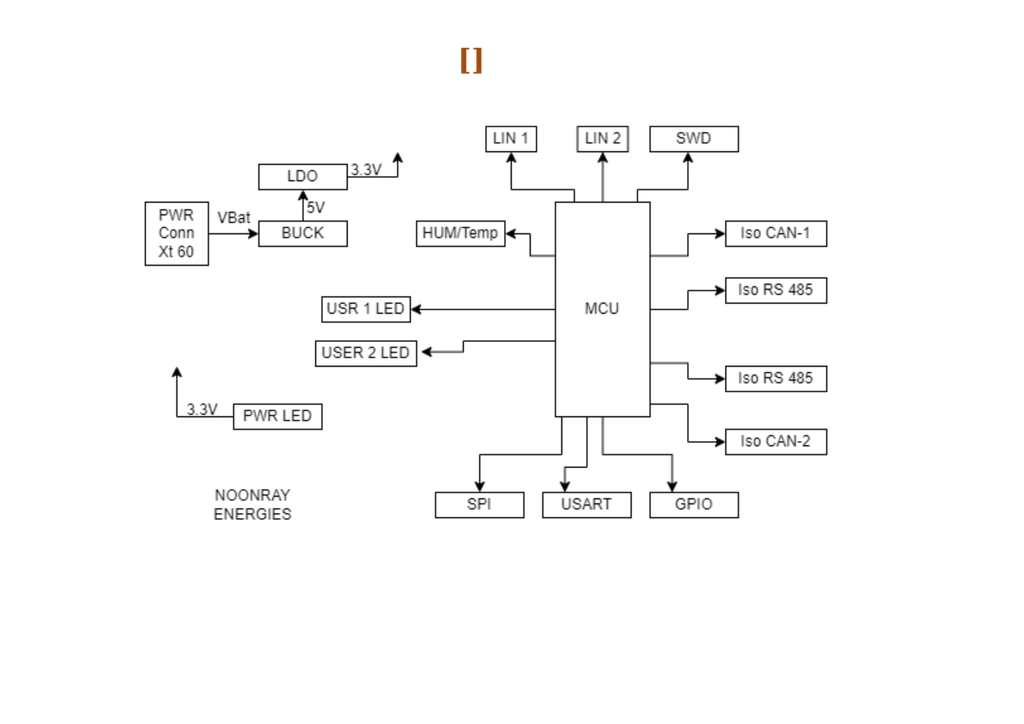
<source format=kicad_sch>
(kicad_sch
	(version 20231120)
	(generator "eeschema")
	(generator_version "8.0")
	(uuid "28e3ba26-e0e2-4fa6-8f62-cfd83e5838f9")
	(paper "A4")
	(lib_symbols)
	(image
		(at 140.97 95.25)
		(scale 4.32303)
		(uuid "bd164d68-cb14-4b81-a961-064dbf0f26c4")
		(data "iVBORw0KGgoAAAANSUhEUgAAAh0AAAFBCAYAAADTxB32AAAAAXNSR0IArs4c6QAAWWt0RVh0bXhm"
			"aWxlACUzQ214ZmlsZSUyMGhvc3QlM0QlMjJFbGVjdHJvbiUyMiUyMG1vZGlmaWVkJTNEJTIyMjAy"
			"NC0xMS0yN1QwNiUzQTM5JTNBMzQuMDA0WiUyMiUyMGFnZW50JTNEJTIyTW96aWxsYSUyRjUuMCUy"
			"MChXaW5kb3dzJTIwTlQlMjAxMC4wJTNCJTIwV2luNjQlM0IlMjB4NjQpJTIwQXBwbGVXZWJLaXQl"
			"MkY1MzcuMzYlMjAoS0hUTUwlMkMlMjBsaWtlJTIwR2Vja28pJTIwZHJhdy5pbyUyRjI0LjYuNCUy"
			"MENocm9tZSUyRjEyNC4wLjYzNjcuMjA3JTIwRWxlY3Ryb24lMkYzMC4wLjYlMjBTYWZhcmklMkY1"
			"MzcuMzYlMjIlMjBldGFnJTNEJTIyYnJKaURJWU8zcTNQMGFVYXhnQ0slMjIlMjB2ZXJzaW9uJTNE"
			"JTIyMjQuNi40JTIyJTIwdHlwZSUzRCUyMmRldmljZSUyMiUyMHNjYWxlJTNEJTIyMSUyMiUyMGJv"
			"cmRlciUzRCUyMjAlMjIlM0UlMEElMjAlMjAlM0NkaWFncmFtJTIwbmFtZSUzRCUyMlBhZ2UtMSUy"
			"MiUyMGlkJTNEJTIyT2VwUGJXMTY1R2JJeGhlSFR1Ul8lMjIlM0UlMEElMjAlMjAlMjAlMjAlM0Nt"
			"eEdyYXBoTW9kZWwlMjBkeCUzRCUyMjE0MjAlMjIlMjBkeSUzRCUyMjgyMiUyMiUyMGdyaWQlM0Ql"
			"MjIxJTIyJTIwZ3JpZFNpemUlM0QlMjIxMCUyMiUyMGd1aWRlcyUzRCUyMjElMjIlMjB0b29sdGlw"
			"cyUzRCUyMjElMjIlMjBjb25uZWN0JTNEJTIyMSUyMiUyMGFycm93cyUzRCUyMjElMjIlMjBmb2xk"
			"JTNEJTIyMSUyMiUyMHBhZ2UlM0QlMjIxJTIyJTIwcGFnZVNjYWxlJTNEJTIyMSUyMiUyMHBhZ2VX"
			"aWR0aCUzRCUyMjg1MCUyMiUyMHBhZ2VIZWlnaHQlM0QlMjIxMTAwJTIyJTIwbWF0aCUzRCUyMjAl"
			"MjIlMjBzaGFkb3clM0QlMjIwJTIyJTNFJTBBJTIwJTIwJTIwJTIwJTIwJTIwJTNDcm9vdCUzRSUw"
			"QSUyMCUyMCUyMCUyMCUyMCUyMCUyMCUyMCUzQ214Q2VsbCUyMGlkJTNEJTIyMCUyMiUyMCUyRiUz"
			"RSUwQSUyMCUyMCUyMCUyMCUyMCUyMCUyMCUyMCUzQ214Q2VsbCUyMGlkJTNEJTIyMSUyMiUyMHBh"
			"cmVudCUzRCUyMjAlMjIlMjAlMkYlM0UlMEElMjAlMjAlMjAlMjAlMjAlMjAlMjAlMjAlM0NteENl"
			"bGwlMjBpZCUzRCUyMkttWnVCWUJ0RUhMdHVnY3JLbHpOLTMwJTIyJTIwc3R5bGUlM0QlMjJlZGdl"
			"U3R5bGUlM0RvcnRob2dvbmFsRWRnZVN0eWxlJTNCcm91bmRlZCUzRDAlM0JvcnRob2dvbmFsTG9v"
			"cCUzRDElM0JqZXR0eVNpemUlM0RhdXRvJTNCaHRtbCUzRDElM0JlbnRyeVglM0QwLjI1JTNCZW50"
			"cnlZJTNEMCUzQmVudHJ5RHglM0QwJTNCZW50cnlEeSUzRDAlM0IlMjIlMjBlZGdlJTNEJTIyMSUy"
			"MiUyMHBhcmVudCUzRCUyMjElMjIlMjBzb3VyY2UlM0QlMjJLbVp1QllCdEVITHR1Z2NyS2x6Ti0y"
			"JTIyJTIwdGFyZ2V0JTNEJTIyS21adUJZQnRFSEx0dWdjcktsek4tMTclMjIlM0UlMEElMjAlMjAl"
			"MjAlMjAlMjAlMjAlMjAlMjAlMjAlMjAlM0NteEdlb21ldHJ5JTIwcmVsYXRpdmUlM0QlMjIxJTIy"
			"JTIwYXMlM0QlMjJnZW9tZXRyeSUyMiUzRSUwQSUyMCUyMCUyMCUyMCUyMCUyMCUyMCUyMCUyMCUy"
			"MCUyMCUyMCUzQ0FycmF5JTIwYXMlM0QlMjJwb2ludHMlMjIlM0UlMEElMjAlMjAlMjAlMjAlMjAl"
			"MjAlMjAlMjAlMjAlMjAlMjAlMjAlMjAlMjAlM0NteFBvaW50JTIweCUzRCUyMjQ5MCUyMiUyMHkl"
			"M0QlMjI2OTAlMjIlMjAlMkYlM0UlMEElMjAlMjAlMjAlMjAlMjAlMjAlMjAlMjAlMjAlMjAlMjAl"
			"MjAlMjAlMjAlM0NteFBvaW50JTIweCUzRCUyMjQ3MyUyMiUyMHklM0QlMjI2OTAlMjIlMjAlMkYl"
			"M0UlMEElMjAlMjAlMjAlMjAlMjAlMjAlMjAlMjAlMjAlMjAlMjAlMjAlM0MlMkZBcnJheSUzRSUw"
			"QSUyMCUyMCUyMCUyMCUyMCUyMCUyMCUyMCUyMCUyMCUzQyUyRm14R2VvbWV0cnklM0UlMEElMjAl"
			"MjAlMjAlMjAlMjAlMjAlMjAlMjAlM0MlMkZteENlbGwlM0UlMEElMjAlMjAlMjAlMjAlMjAlMjAl"
			"MjAlMjAlM0NteENlbGwlMjBpZCUzRCUyMkttWnVCWUJ0RUhMdHVnY3JLbHpOLTMxJTIyJTIwc3R5"
			"bGUlM0QlMjJlZGdlU3R5bGUlM0RvcnRob2dvbmFsRWRnZVN0eWxlJTNCcm91bmRlZCUzRDAlM0Jv"
			"cnRob2dvbmFsTG9vcCUzRDElM0JqZXR0eVNpemUlM0RhdXRvJTNCaHRtbCUzRDElM0JleGl0WCUz"
			"RDAuMjUlM0JleGl0WSUzRDElM0JleGl0RHglM0QwJTNCZXhpdER5JTNEMCUzQmVudHJ5WCUzRDAu"
			"NSUzQmVudHJ5WSUzRDAlM0JlbnRyeUR4JTNEMCUzQmVudHJ5RHklM0QwJTNCJTIyJTIwZWRnZSUz"
			"RCUyMjElMjIlMjBwYXJlbnQlM0QlMjIxJTIyJTIwc291cmNlJTNEJTIyS21adUJZQnRFSEx0dWdj"
			"cktsek4tMiUyMiUyMHRhcmdldCUzRCUyMkttWnVCWUJ0RUhMdHVnY3JLbHpOLTE2JTIyJTNFJTBB"
			"JTIwJTIwJTIwJTIwJTIwJTIwJTIwJTIwJTIwJTIwJTNDbXhHZW9tZXRyeSUyMHJlbGF0aXZlJTNE"
			"JTIyMSUyMiUyMGFzJTNEJTIyZ2VvbWV0cnklMjIlM0UlMEElMjAlMjAlMjAlMjAlMjAlMjAlMjAl"
			"MjAlMjAlMjAlMjAlMjAlM0NBcnJheSUyMGFzJTNEJTIycG9pbnRzJTIyJTNFJTBBJTIwJTIwJTIw"
			"JTIwJTIwJTIwJTIwJTIwJTIwJTIwJTIwJTIwJTIwJTIwJTNDbXhQb2ludCUyMHglM0QlMjI0NzAl"
			"MjIlMjB5JTNEJTIyNjUwJTIyJTIwJTJGJTNFJTBBJTIwJTIwJTIwJTIwJTIwJTIwJTIwJTIwJTIw"
			"JTIwJTIwJTIwJTIwJTIwJTNDbXhQb2ludCUyMHglM0QlMjI0NzAlMjIlMjB5JTNEJTIyNjgwJTIy"
			"JTIwJTJGJTNFJTBBJTIwJTIwJTIwJTIwJTIwJTIwJTIwJTIwJTIwJTIwJTIwJTIwJTIwJTIwJTND"
			"bXhQb2ludCUyMHglM0QlMjI0MDUlMjIlMjB5JTNEJTIyNjgwJTIyJTIwJTJGJTNFJTBBJTIwJTIw"
			"JTIwJTIwJTIwJTIwJTIwJTIwJTIwJTIwJTIwJTIwJTNDJTJGQXJyYXklM0UlMEElMjAlMjAlMjAl"
			"MjAlMjAlMjAlMjAlMjAlMjAlMjAlM0MlMkZteEdlb21ldHJ5JTNFJTBBJTIwJTIwJTIwJTIwJTIw"
			"JTIwJTIwJTIwJTNDJTJGbXhDZWxsJTNFJTBBJTIwJTIwJTIwJTIwJTIwJTIwJTIwJTIwJTNDbXhD"
			"ZWxsJTIwaWQlM0QlMjJLbVp1QllCdEVITHR1Z2NyS2x6Ti0zMiUyMiUyMHN0eWxlJTNEJTIyZWRn"
			"ZVN0eWxlJTNEb3J0aG9nb25hbEVkZ2VTdHlsZSUzQnJvdW5kZWQlM0QwJTNCb3J0aG9nb25hbExv"
			"b3AlM0QxJTNCamV0dHlTaXplJTNEYXV0byUzQmh0bWwlM0QxJTNCZW50cnlYJTNEMC4yNSUzQmVu"
			"dHJ5WSUzRDAlM0JlbnRyeUR4JTNEMCUzQmVudHJ5RHklM0QwJTNCJTIyJTIwZWRnZSUzRCUyMjEl"
			"MjIlMjBwYXJlbnQlM0QlMjIxJTIyJTIwc291cmNlJTNEJTIyS21adUJZQnRFSEx0dWdjcktsek4t"
			"MiUyMiUyMHRhcmdldCUzRCUyMkttWnVCWUJ0RUhMdHVnY3JLbHpOLTE4JTIyJTNFJTBBJTIwJTIw"
			"JTIwJTIwJTIwJTIwJTIwJTIwJTIwJTIwJTNDbXhHZW9tZXRyeSUyMHJlbGF0aXZlJTNEJTIyMSUy"
			"MiUyMGFzJTNEJTIyZ2VvbWV0cnklMjIlMjAlMkYlM0UlMEElMjAlMjAlMjAlMjAlMjAlMjAlMjAl"
			"MjAlM0MlMkZteENlbGwlM0UlMEElMjAlMjAlMjAlMjAlMjAlMjAlMjAlMjAlM0NteENlbGwlMjBp"
			"ZCUzRCUyMkttWnVCWUJ0RUhMdHVnY3JLbHpOLTMzJTIyJTIwc3R5bGUlM0QlMjJlZGdlU3R5bGUl"
			"M0RvcnRob2dvbmFsRWRnZVN0eWxlJTNCcm91bmRlZCUzRDAlM0JvcnRob2dvbmFsTG9vcCUzRDEl"
			"M0JqZXR0eVNpemUlM0RhdXRvJTNCaHRtbCUzRDElM0JleGl0WCUzRDElM0JleGl0WSUzRDAuMjUl"
			"M0JleGl0RHglM0QwJTNCZXhpdER5JTNEMCUzQmVudHJ5WCUzRDAlM0JlbnRyeVklM0QwLjUlM0Jl"
			"bnRyeUR4JTNEMCUzQmVudHJ5RHklM0QwJTNCJTIyJTIwZWRnZSUzRCUyMjElMjIlMjBwYXJlbnQl"
			"M0QlMjIxJTIyJTIwc291cmNlJTNEJTIyS21adUJZQnRFSEx0dWdjcktsek4tMiUyMiUyMHRhcmdl"
			"dCUzRCUyMkttWnVCWUJ0RUhMdHVnY3JLbHpOLTMlMjIlM0UlMEElMjAlMjAlMjAlMjAlMjAlMjAl"
			"MjAlMjAlMjAlMjAlM0NteEdlb21ldHJ5JTIwcmVsYXRpdmUlM0QlMjIxJTIyJTIwYXMlM0QlMjJn"
			"ZW9tZXRyeSUyMiUyMCUyRiUzRSUwQSUyMCUyMCUyMCUyMCUyMCUyMCUyMCUyMCUzQyUyRm14Q2Vs"
			"bCUzRSUwQSUyMCUyMCUyMCUyMCUyMCUyMCUyMCUyMCUzQ214Q2VsbCUyMGlkJTNEJTIyS21adUJZ"
			"QnRFSEx0dWdjcktsek4tMzQlMjIlMjBzdHlsZSUzRCUyMmVkZ2VTdHlsZSUzRG9ydGhvZ29uYWxF"
			"ZGdlU3R5bGUlM0Jyb3VuZGVkJTNEMCUzQm9ydGhvZ29uYWxMb29wJTNEMSUzQmpldHR5U2l6ZSUz"
			"RGF1dG8lM0JodG1sJTNEMSUzQmVudHJ5WCUzRDAlM0JlbnRyeVklM0QwLjUlM0JlbnRyeUR4JTNE"
			"MCUzQmVudHJ5RHklM0QwJTNCJTIyJTIwZWRnZSUzRCUyMjElMjIlMjBwYXJlbnQlM0QlMjIxJTIy"
			"JTIwc291cmNlJTNEJTIyS21adUJZQnRFSEx0dWdjcktsek4tMiUyMiUyMHRhcmdldCUzRCUyMktt"
			"WnVCWUJ0RUhMdHVnY3JLbHpOLTQlMjIlM0UlMEElMjAlMjAlMjAlMjAlMjAlMjAlMjAlMjAlMjAl"
			"MjAlM0NteEdlb21ldHJ5JTIwcmVsYXRpdmUlM0QlMjIxJTIyJTIwYXMlM0QlMjJnZW9tZXRyeSUy"
			"MiUyMCUyRiUzRSUwQSUyMCUyMCUyMCUyMCUyMCUyMCUyMCUyMCUzQyUyRm14Q2VsbCUzRSUwQSUy"
			"MCUyMCUyMCUyMCUyMCUyMCUyMCUyMCUzQ214Q2VsbCUyMGlkJTNEJTIyS21adUJZQnRFSEx0dWdj"
			"cktsek4tMzUlMjIlMjBzdHlsZSUzRCUyMmVkZ2VTdHlsZSUzRG9ydGhvZ29uYWxFZGdlU3R5bGUl"
			"M0Jyb3VuZGVkJTNEMCUzQm9ydGhvZ29uYWxMb29wJTNEMSUzQmpldHR5U2l6ZSUzRGF1dG8lM0Jo"
			"dG1sJTNEMSUzQmV4aXRYJTNEMSUzQmV4aXRZJTNEMC43NSUzQmV4aXREeCUzRDAlM0JleGl0RHkl"
			"M0QwJTNCZW50cnlYJTNEMCUzQmVudHJ5WSUzRDAuNSUzQmVudHJ5RHglM0QwJTNCZW50cnlEeSUz"
			"RDAlM0IlMjIlMjBlZGdlJTNEJTIyMSUyMiUyMHBhcmVudCUzRCUyMjElMjIlMjBzb3VyY2UlM0Ql"
			"MjJLbVp1QllCdEVITHR1Z2NyS2x6Ti0yJTIyJTIwdGFyZ2V0JTNEJTIyS21adUJZQnRFSEx0dWdj"
			"cktsek4tNSUyMiUzRSUwQSUyMCUyMCUyMCUyMCUyMCUyMCUyMCUyMCUyMCUyMCUzQ214R2VvbWV0"
			"cnklMjByZWxhdGl2ZSUzRCUyMjElMjIlMjBhcyUzRCUyMmdlb21ldHJ5JTIyJTIwJTJGJTNFJTBB"
			"JTIwJTIwJTIwJTIwJTIwJTIwJTIwJTIwJTNDJTJGbXhDZWxsJTNFJTBBJTIwJTIwJTIwJTIwJTIw"
			"JTIwJTIwJTIwJTNDbXhDZWxsJTIwaWQlM0QlMjJLbVp1QllCdEVITHR1Z2NyS2x6Ti0zNyUyMiUy"
			"MHN0eWxlJTNEJTIyZWRnZVN0eWxlJTNEb3J0aG9nb25hbEVkZ2VTdHlsZSUzQnJvdW5kZWQlM0Qw"
			"JTNCb3J0aG9nb25hbExvb3AlM0QxJTNCamV0dHlTaXplJTNEYXV0byUzQmh0bWwlM0QxJTNCZXhp"
			"dFglM0QxJTNCZXhpdFklM0QxJTNCZXhpdER4JTNEMCUzQmV4aXREeSUzRDAlM0JlbnRyeVglM0Qw"
			"JTNCZW50cnlZJTNEMC41JTNCZW50cnlEeCUzRDAlM0JlbnRyeUR5JTNEMCUzQiUyMiUyMGVkZ2Ul"
			"M0QlMjIxJTIyJTIwcGFyZW50JTNEJTIyMSUyMiUyMHNvdXJjZSUzRCUyMkttWnVCWUJ0RUhMdHVn"
			"Y3JLbHpOLTIlMjIlMjB0YXJnZXQlM0QlMjJLbVp1QllCdEVITHR1Z2NyS2x6Ti02JTIyJTNFJTBB"
			"JTIwJTIwJTIwJTIwJTIwJTIwJTIwJTIwJTIwJTIwJTNDbXhHZW9tZXRyeSUyMHJlbGF0aXZlJTNE"
			"JTIyMSUyMiUyMGFzJTNEJTIyZ2VvbWV0cnklMjIlM0UlMEElMjAlMjAlMjAlMjAlMjAlMjAlMjAl"
			"MjAlMjAlMjAlMjAlMjAlM0NBcnJheSUyMGFzJTNEJTIycG9pbnRzJTIyJTNFJTBBJTIwJTIwJTIw"
			"JTIwJTIwJTIwJTIwJTIwJTIwJTIwJTIwJTIwJTIwJTIwJTNDbXhQb2ludCUyMHglM0QlMjI1NDAl"
			"MjIlMjB5JTNEJTIyNjQwJTIyJTIwJTJGJTNFJTBBJTIwJTIwJTIwJTIwJTIwJTIwJTIwJTIwJTIw"
			"JTIwJTIwJTIwJTIwJTIwJTNDbXhQb2ludCUyMHglM0QlMjI1NzAlMjIlMjB5JTNEJTIyNjQwJTIy"
			"JTIwJTJGJTNFJTBBJTIwJTIwJTIwJTIwJTIwJTIwJTIwJTIwJTIwJTIwJTIwJTIwJTIwJTIwJTND"
			"bXhQb2ludCUyMHglM0QlMjI1NzAlMjIlMjB5JTNEJTIyNjcwJTIyJTIwJTJGJTNFJTBBJTIwJTIw"
			"JTIwJTIwJTIwJTIwJTIwJTIwJTIwJTIwJTIwJTIwJTNDJTJGQXJyYXklM0UlMEElMjAlMjAlMjAl"
			"MjAlMjAlMjAlMjAlMjAlMjAlMjAlM0MlMkZteEdlb21ldHJ5JTNFJTBBJTIwJTIwJTIwJTIwJTIw"
			"JTIwJTIwJTIwJTNDJTJGbXhDZWxsJTNFJTBBJTIwJTIwJTIwJTIwJTIwJTIwJTIwJTIwJTNDbXhD"
			"ZWxsJTIwaWQlM0QlMjJLbVp1QllCdEVITHR1Z2NyS2x6Ti00MCUyMiUyMHN0eWxlJTNEJTIyZWRn"
			"ZVN0eWxlJTNEb3J0aG9nb25hbEVkZ2VTdHlsZSUzQnJvdW5kZWQlM0QwJTNCb3J0aG9nb25hbExv"
			"b3AlM0QxJTNCamV0dHlTaXplJTNEYXV0byUzQmh0bWwlM0QxJTNCZW50cnlYJTNEMC41JTNCZW50"
			"cnlZJTNEMSUzQmVudHJ5RHglM0QwJTNCZW50cnlEeSUzRDAlM0IlMjIlMjBlZGdlJTNEJTIyMSUy"
			"MiUyMHBhcmVudCUzRCUyMjElMjIlMjBzb3VyY2UlM0QlMjJLbVp1QllCdEVITHR1Z2NyS2x6Ti0y"
			"JTIyJTIwdGFyZ2V0JTNEJTIyS21adUJZQnRFSEx0dWdjcktsek4tNyUyMiUzRSUwQSUyMCUyMCUy"
			"MCUyMCUyMCUyMCUyMCUyMCUyMCUyMCUzQ214R2VvbWV0cnklMjByZWxhdGl2ZSUzRCUyMjElMjIl"
			"MjBhcyUzRCUyMmdlb21ldHJ5JTIyJTNFJTBBJTIwJTIwJTIwJTIwJTIwJTIwJTIwJTIwJTIwJTIw"
			"JTIwJTIwJTNDQXJyYXklMjBhcyUzRCUyMnBvaW50cyUyMiUzRSUwQSUyMCUyMCUyMCUyMCUyMCUy"
			"MCUyMCUyMCUyMCUyMCUyMCUyMCUyMCUyMCUzQ214UG9pbnQlMjB4JTNEJTIyNDgwJTIyJTIweSUz"
			"RCUyMjQ3MCUyMiUyMCUyRiUzRSUwQSUyMCUyMCUyMCUyMCUyMCUyMCUyMCUyMCUyMCUyMCUyMCUy"
			"MCUyMCUyMCUzQ214UG9pbnQlMjB4JTNEJTIyNDMwJTIyJTIweSUzRCUyMjQ3MCUyMiUyMCUyRiUz"
			"RSUwQSUyMCUyMCUyMCUyMCUyMCUyMCUyMCUyMCUyMCUyMCUyMCUyMCUzQyUyRkFycmF5JTNFJTBB"
			"JTIwJTIwJTIwJTIwJTIwJTIwJTIwJTIwJTIwJTIwJTNDJTJGbXhHZW9tZXRyeSUzRSUwQSUyMCUy"
			"MCUyMCUyMCUyMCUyMCUyMCUyMCUzQyUyRm14Q2VsbCUzRSUwQSUyMCUyMCUyMCUyMCUyMCUyMCUy"
			"MCUyMCUzQ214Q2VsbCUyMGlkJTNEJTIyS21adUJZQnRFSEx0dWdjcktsek4tNDElMjIlMjBzdHls"
			"ZSUzRCUyMmVkZ2VTdHlsZSUzRG9ydGhvZ29uYWxFZGdlU3R5bGUlM0Jyb3VuZGVkJTNEMCUzQm9y"
			"dGhvZ29uYWxMb29wJTNEMSUzQmpldHR5U2l6ZSUzRGF1dG8lM0JodG1sJTNEMSUzQmV4aXRYJTNE"
			"MC41JTNCZXhpdFklM0QwJTNCZXhpdER4JTNEMCUzQmV4aXREeSUzRDAlM0JlbnRyeVglM0QwLjUl"
			"M0JlbnRyeVklM0QxJTNCZW50cnlEeCUzRDAlM0JlbnRyeUR5JTNEMCUzQiUyMiUyMGVkZ2UlM0Ql"
			"MjIxJTIyJTIwcGFyZW50JTNEJTIyMSUyMiUyMHNvdXJjZSUzRCUyMkttWnVCWUJ0RUhMdHVnY3JL"
			"bHpOLTIlMjIlMjB0YXJnZXQlM0QlMjJLbVp1QllCdEVITHR1Z2NyS2x6Ti04JTIyJTNFJTBBJTIw"
			"JTIwJTIwJTIwJTIwJTIwJTIwJTIwJTIwJTIwJTNDbXhHZW9tZXRyeSUyMHJlbGF0aXZlJTNEJTIy"
			"MSUyMiUyMGFzJTNEJTIyZ2VvbWV0cnklMjIlMjAlMkYlM0UlMEElMjAlMjAlMjAlMjAlMjAlMjAl"
			"MjAlMjAlM0MlMkZteENlbGwlM0UlMEElMjAlMjAlMjAlMjAlMjAlMjAlMjAlMjAlM0NteENlbGwl"
			"MjBpZCUzRCUyMkttWnVCWUJ0RUhMdHVnY3JLbHpOLTQyJTIyJTIwc3R5bGUlM0QlMjJlZGdlU3R5"
			"bGUlM0RvcnRob2dvbmFsRWRnZVN0eWxlJTNCcm91bmRlZCUzRDAlM0JvcnRob2dvbmFsTG9vcCUz"
			"RDElM0JqZXR0eVNpemUlM0RhdXRvJTNCaHRtbCUzRDElM0JleGl0WCUzRDAlM0JleGl0WSUzRDAu"
			"MjUlM0JleGl0RHglM0QwJTNCZXhpdER5JTNEMCUzQmVudHJ5WCUzRDElM0JlbnRyeVklM0QwLjUl"
			"M0JlbnRyeUR4JTNEMCUzQmVudHJ5RHklM0QwJTNCJTIyJTIwZWRnZSUzRCUyMjElMjIlMjBwYXJl"
			"bnQlM0QlMjIxJTIyJTIwc291cmNlJTNEJTIyS21adUJZQnRFSEx0dWdjcktsek4tMiUyMiUyMHRh"
			"cmdldCUzRCUyMkttWnVCWUJ0RUhMdHVnY3JLbHpOLTklMjIlM0UlMEElMjAlMjAlMjAlMjAlMjAl"
			"MjAlMjAlMjAlMjAlMjAlM0NteEdlb21ldHJ5JTIwcmVsYXRpdmUlM0QlMjIxJTIyJTIwYXMlM0Ql"
			"MjJnZW9tZXRyeSUyMiUyMCUyRiUzRSUwQSUyMCUyMCUyMCUyMCUyMCUyMCUyMCUyMCUzQyUyRm14"
			"Q2VsbCUzRSUwQSUyMCUyMCUyMCUyMCUyMCUyMCUyMCUyMCUzQ214Q2VsbCUyMGlkJTNEJTIyS21a"
			"dUJZQnRFSEx0dWdjcktsek4tNDMlMjIlMjBzdHlsZSUzRCUyMmVkZ2VTdHlsZSUzRG9ydGhvZ29u"
			"YWxFZGdlU3R5bGUlM0Jyb3VuZGVkJTNEMCUzQm9ydGhvZ29uYWxMb29wJTNEMSUzQmpldHR5U2l6"
			"ZSUzRGF1dG8lM0JodG1sJTNEMSUzQmVudHJ5WCUzRDElM0JlbnRyeVklM0QwLjUlM0JlbnRyeUR4"
			"JTNEMCUzQmVudHJ5RHklM0QwJTNCJTIyJTIwZWRnZSUzRCUyMjElMjIlMjBwYXJlbnQlM0QlMjIx"
			"JTIyJTIwc291cmNlJTNEJTIyS21adUJZQnRFSEx0dWdjcktsek4tMiUyMiUyMHRhcmdldCUzRCUy"
			"MkttWnVCWUJ0RUhMdHVnY3JLbHpOLTEyJTIyJTNFJTBBJTIwJTIwJTIwJTIwJTIwJTIwJTIwJTIw"
			"JTIwJTIwJTNDbXhHZW9tZXRyeSUyMHJlbGF0aXZlJTNEJTIyMSUyMiUyMGFzJTNEJTIyZ2VvbWV0"
			"cnklMjIlMjAlMkYlM0UlMEElMjAlMjAlMjAlMjAlMjAlMjAlMjAlMjAlM0MlMkZteENlbGwlM0Ul"
			"MEElMjAlMjAlMjAlMjAlMjAlMjAlMjAlMjAlM0NteENlbGwlMjBpZCUzRCUyMkttWnVCWUJ0RUhM"
			"dHVnY3JLbHpOLTIlMjIlMjB2YWx1ZSUzRCUyMk1DVSUyMiUyMHN0eWxlJTNEJTIycm91bmRlZCUz"
			"RDAlM0J3aGl0ZVNwYWNlJTNEd3JhcCUzQmh0bWwlM0QxJTNCJTIyJTIwdmVydGV4JTNEJTIyMSUy"
			"MiUyMHBhcmVudCUzRCUyMjElMjIlM0UlMEElMjAlMjAlMjAlMjAlMjAlMjAlMjAlMjAlMjAlMjAl"
			"M0NteEdlb21ldHJ5JTIweCUzRCUyMjQ2NSUyMiUyMHklM0QlMjI0ODAlMjIlMjB3aWR0aCUzRCUy"
			"Mjc1JTIyJTIwaGVpZ2h0JTNEJTIyMTcwJTIyJTIwYXMlM0QlMjJnZW9tZXRyeSUyMiUyMCUyRiUz"
			"RSUwQSUyMCUyMCUyMCUyMCUyMCUyMCUyMCUyMCUzQyUyRm14Q2VsbCUzRSUwQSUyMCUyMCUyMCUy"
			"MCUyMCUyMCUyMCUyMCUzQ214Q2VsbCUyMGlkJTNEJTIyS21adUJZQnRFSEx0dWdjcktsek4tMyUy"
			"MiUyMHZhbHVlJTNEJTIySXNvJTIwQ0FOLTElMjIlMjBzdHlsZSUzRCUyMnJvdW5kZWQlM0QwJTNC"
			"d2hpdGVTcGFjZSUzRHdyYXAlM0JodG1sJTNEMSUzQiUyMiUyMHZlcnRleCUzRCUyMjElMjIlMjBw"
			"YXJlbnQlM0QlMjIxJTIyJTNFJTBBJTIwJTIwJTIwJTIwJTIwJTIwJTIwJTIwJTIwJTIwJTNDbXhH"
			"ZW9tZXRyeSUyMHglM0QlMjI2MDAlMjIlMjB5JTNEJTIyNDk1JTIyJTIwd2lkdGglM0QlMjI4MCUy"
			"MiUyMGhlaWdodCUzRCUyMjIwJTIyJTIwYXMlM0QlMjJnZW9tZXRyeSUyMiUyMCUyRiUzRSUwQSUy"
			"MCUyMCUyMCUyMCUyMCUyMCUyMCUyMCUzQyUyRm14Q2VsbCUzRSUwQSUyMCUyMCUyMCUyMCUyMCUy"
			"MCUyMCUyMCUzQ214Q2VsbCUyMGlkJTNEJTIyS21adUJZQnRFSEx0dWdjcktsek4tNCUyMiUyMHZh"
			"bHVlJTNEJTIySXNvJTIwUlMlMjA0ODUlMjIlMjBzdHlsZSUzRCUyMnJvdW5kZWQlM0QwJTNCd2hp"
			"dGVTcGFjZSUzRHdyYXAlM0JodG1sJTNEMSUzQiUyMiUyMHZlcnRleCUzRCUyMjElMjIlMjBwYXJl"
			"bnQlM0QlMjIxJTIyJTNFJTBBJTIwJTIwJTIwJTIwJTIwJTIwJTIwJTIwJTIwJTIwJTNDbXhHZW9t"
			"ZXRyeSUyMHglM0QlMjI2MDAlMjIlMjB5JTNEJTIyNTQwJTIyJTIwd2lkdGglM0QlMjI4MCUyMiUy"
			"MGhlaWdodCUzRCUyMjIwJTIyJTIwYXMlM0QlMjJnZW9tZXRyeSUyMiUyMCUyRiUzRSUwQSUyMCUy"
			"MCUyMCUyMCUyMCUyMCUyMCUyMCUzQyUyRm14Q2VsbCUzRSUwQSUyMCUyMCUyMCUyMCUyMCUyMCUy"
			"MCUyMCUzQ214Q2VsbCUyMGlkJTNEJTIyS21adUJZQnRFSEx0dWdjcktsek4tNSUyMiUyMHZhbHVl"
			"JTNEJTIySXNvJTIwUlMlMjA0ODUlMjIlMjBzdHlsZSUzRCUyMnJvdW5kZWQlM0QwJTNCd2hpdGVT"
			"cGFjZSUzRHdyYXAlM0JodG1sJTNEMSUzQiUyMiUyMHZlcnRleCUzRCUyMjElMjIlMjBwYXJlbnQl"
			"M0QlMjIxJTIyJTNFJTBBJTIwJTIwJTIwJTIwJTIwJTIwJTIwJTIwJTIwJTIwJTNDbXhHZW9tZXRy"
			"eSUyMHglM0QlMjI2MDAlMjIlMjB5JTNEJTIyNjEwJTIyJTIwd2lkdGglM0QlMjI4MCUyMiUyMGhl"
			"aWdodCUzRCUyMjIwJTIyJTIwYXMlM0QlMjJnZW9tZXRyeSUyMiUyMCUyRiUzRSUwQSUyMCUyMCUy"
			"MCUyMCUyMCUyMCUyMCUyMCUzQyUyRm14Q2VsbCUzRSUwQSUyMCUyMCUyMCUyMCUyMCUyMCUyMCUy"
			"MCUzQ214Q2VsbCUyMGlkJTNEJTIyS21adUJZQnRFSEx0dWdjcktsek4tNiUyMiUyMHZhbHVlJTNE"
			"JTIySXNvJTIwQ0FOLTIlMjIlMjBzdHlsZSUzRCUyMnJvdW5kZWQlM0QwJTNCd2hpdGVTcGFjZSUz"
			"RHdyYXAlM0JodG1sJTNEMSUzQiUyMiUyMHZlcnRleCUzRCUyMjElMjIlMjBwYXJlbnQlM0QlMjIx"
			"JTIyJTNFJTBBJTIwJTIwJTIwJTIwJTIwJTIwJTIwJTIwJTIwJTIwJTNDbXhHZW9tZXRyeSUyMHgl"
			"M0QlMjI2MDAlMjIlMjB5JTNEJTIyNjYwJTIyJTIwd2lkdGglM0QlMjI4MCUyMiUyMGhlaWdodCUz"
			"RCUyMjIwJTIyJTIwYXMlM0QlMjJnZW9tZXRyeSUyMiUyMCUyRiUzRSUwQSUyMCUyMCUyMCUyMCUy"
			"MCUyMCUyMCUyMCUzQyUyRm14Q2VsbCUzRSUwQSUyMCUyMCUyMCUyMCUyMCUyMCUyMCUyMCUzQ214"
			"Q2VsbCUyMGlkJTNEJTIyS21adUJZQnRFSEx0dWdjcktsek4tNyUyMiUyMHZhbHVlJTNEJTIyTElO"
			"JTIwMSUyMiUyMHN0eWxlJTNEJTIycm91bmRlZCUzRDAlM0J3aGl0ZVNwYWNlJTNEd3JhcCUzQmh0"
			"bWwlM0QxJTNCJTIyJTIwdmVydGV4JTNEJTIyMSUyMiUyMHBhcmVudCUzRCUyMjElMjIlM0UlMEEl"
			"MjAlMjAlMjAlMjAlMjAlMjAlMjAlMjAlMjAlMjAlM0NteEdlb21ldHJ5JTIweCUzRCUyMjQxMCUy"
			"MiUyMHklM0QlMjI0MjAlMjIlMjB3aWR0aCUzRCUyMjQwJTIyJTIwaGVpZ2h0JTNEJTIyMjAlMjIl"
			"MjBhcyUzRCUyMmdlb21ldHJ5JTIyJTIwJTJGJTNFJTBBJTIwJTIwJTIwJTIwJTIwJTIwJTIwJTIw"
			"JTNDJTJGbXhDZWxsJTNFJTBBJTIwJTIwJTIwJTIwJTIwJTIwJTIwJTIwJTNDbXhDZWxsJTIwaWQl"
			"M0QlMjJLbVp1QllCdEVITHR1Z2NyS2x6Ti04JTIyJTIwdmFsdWUlM0QlMjJMSU4lMjAyJTIyJTIw"
			"c3R5bGUlM0QlMjJyb3VuZGVkJTNEMCUzQndoaXRlU3BhY2UlM0R3cmFwJTNCaHRtbCUzRDElM0Il"
			"MjIlMjB2ZXJ0ZXglM0QlMjIxJTIyJTIwcGFyZW50JTNEJTIyMSUyMiUzRSUwQSUyMCUyMCUyMCUy"
			"MCUyMCUyMCUyMCUyMCUyMCUyMCUzQ214R2VvbWV0cnklMjB4JTNEJTIyNDgyLjUlMjIlMjB5JTNE"
			"JTIyNDIwJTIyJTIwd2lkdGglM0QlMjI0MCUyMiUyMGhlaWdodCUzRCUyMjIwJTIyJTIwYXMlM0Ql"
			"MjJnZW9tZXRyeSUyMiUyMCUyRiUzRSUwQSUyMCUyMCUyMCUyMCUyMCUyMCUyMCUyMCUzQyUyRm14"
			"Q2VsbCUzRSUwQSUyMCUyMCUyMCUyMCUyMCUyMCUyMCUyMCUzQ214Q2VsbCUyMGlkJTNEJTIyS21a"
			"dUJZQnRFSEx0dWdjcktsek4tOSUyMiUyMHZhbHVlJTNEJTIySFVNJTJGVGVtcCUyMiUyMHN0eWxl"
			"JTNEJTIycm91bmRlZCUzRDAlM0J3aGl0ZVNwYWNlJTNEd3JhcCUzQmh0bWwlM0QxJTNCJTIyJTIw"
			"dmVydGV4JTNEJTIyMSUyMiUyMHBhcmVudCUzRCUyMjElMjIlM0UlMEElMjAlMjAlMjAlMjAlMjAl"
			"MjAlMjAlMjAlMjAlMjAlM0NteEdlb21ldHJ5JTIweCUzRCUyMjM1NSUyMiUyMHklM0QlMjI0OTUl"
			"MjIlMjB3aWR0aCUzRCUyMjcwJTIyJTIwaGVpZ2h0JTNEJTIyMjAlMjIlMjBhcyUzRCUyMmdlb21l"
			"dHJ5JTIyJTIwJTJGJTNFJTBBJTIwJTIwJTIwJTIwJTIwJTIwJTIwJTIwJTNDJTJGbXhDZWxsJTNF"
			"JTBBJTIwJTIwJTIwJTIwJTIwJTIwJTIwJTIwJTNDbXhDZWxsJTIwaWQlM0QlMjJLbVp1QllCdEVI"
			"THR1Z2NyS2x6Ti0yMSUyMiUyMHZhbHVlJTNEJTIyJTIyJTIwc3R5bGUlM0QlMjJlZGdlU3R5bGUl"
			"M0RvcnRob2dvbmFsRWRnZVN0eWxlJTNCcm91bmRlZCUzRDAlM0JvcnRob2dvbmFsTG9vcCUzRDEl"
			"M0JqZXR0eVNpemUlM0RhdXRvJTNCaHRtbCUzRDElM0IlMjIlMjBlZGdlJTNEJTIyMSUyMiUyMHBh"
			"cmVudCUzRCUyMjElMjIlMjBzb3VyY2UlM0QlMjJLbVp1QllCdEVITHR1Z2NyS2x6Ti0xMCUyMiUy"
			"MHRhcmdldCUzRCUyMkttWnVCWUJ0RUhMdHVnY3JLbHpOLTExJTIyJTNFJTBBJTIwJTIwJTIwJTIw"
			"JTIwJTIwJTIwJTIwJTIwJTIwJTNDbXhHZW9tZXRyeSUyMHJlbGF0aXZlJTNEJTIyMSUyMiUyMGFz"
			"JTNEJTIyZ2VvbWV0cnklMjIlMjAlMkYlM0UlMEElMjAlMjAlMjAlMjAlMjAlMjAlMjAlMjAlM0Ml"
			"MkZteENlbGwlM0UlMEElMjAlMjAlMjAlMjAlMjAlMjAlMjAlMjAlM0NteENlbGwlMjBpZCUzRCUy"
			"MkttWnVCWUJ0RUhMdHVnY3JLbHpOLTEwJTIyJTIwdmFsdWUlM0QlMjJCVUNLJTIyJTIwc3R5bGUl"
			"M0QlMjJyb3VuZGVkJTNEMCUzQndoaXRlU3BhY2UlM0R3cmFwJTNCaHRtbCUzRDElM0IlMjIlMjB2"
			"ZXJ0ZXglM0QlMjIxJTIyJTIwcGFyZW50JTNEJTIyMSUyMiUzRSUwQSUyMCUyMCUyMCUyMCUyMCUy"
			"MCUyMCUyMCUyMCUyMCUzQ214R2VvbWV0cnklMjB4JTNEJTIyMjMwJTIyJTIweSUzRCUyMjQ5NSUy"
			"MiUyMHdpZHRoJTNEJTIyNzAlMjIlMjBoZWlnaHQlM0QlMjIyMCUyMiUyMGFzJTNEJTIyZ2VvbWV0"
			"cnklMjIlMjAlMkYlM0UlMEElMjAlMjAlMjAlMjAlMjAlMjAlMjAlMjAlM0MlMkZteENlbGwlM0Ul"
			"MEElMjAlMjAlMjAlMjAlMjAlMjAlMjAlMjAlM0NteENlbGwlMjBpZCUzRCUyMkttWnVCWUJ0RUhM"
			"dHVnY3JLbHpOLTI0JTIyJTIwdmFsdWUlM0QlMjIlMjIlMjBzdHlsZSUzRCUyMmVkZ2VTdHlsZSUz"
			"RG9ydGhvZ29uYWxFZGdlU3R5bGUlM0Jyb3VuZGVkJTNEMCUzQm9ydGhvZ29uYWxMb29wJTNEMSUz"
			"QmpldHR5U2l6ZSUzRGF1dG8lM0JodG1sJTNEMSUzQiUyMiUyMGVkZ2UlM0QlMjIxJTIyJTIwcGFy"
			"ZW50JTNEJTIyMSUyMiUyMHNvdXJjZSUzRCUyMkttWnVCWUJ0RUhMdHVnY3JLbHpOLTExJTIyJTNF"
			"JTBBJTIwJTIwJTIwJTIwJTIwJTIwJTIwJTIwJTIwJTIwJTNDbXhHZW9tZXRyeSUyMHJlbGF0aXZl"
			"JTNEJTIyMSUyMiUyMGFzJTNEJTIyZ2VvbWV0cnklMjIlM0UlMEElMjAlMjAlMjAlMjAlMjAlMjAl"
			"MjAlMjAlMjAlMjAlMjAlMjAlM0NteFBvaW50JTIweCUzRCUyMjM0MCUyMiUyMHklM0QlMjI0NDAl"
			"MjIlMjBhcyUzRCUyMnRhcmdldFBvaW50JTIyJTIwJTJGJTNFJTBBJTIwJTIwJTIwJTIwJTIwJTIw"
			"JTIwJTIwJTIwJTIwJTIwJTIwJTNDQXJyYXklMjBhcyUzRCUyMnBvaW50cyUyMiUzRSUwQSUyMCUy"
			"MCUyMCUyMCUyMCUyMCUyMCUyMCUyMCUyMCUyMCUyMCUyMCUyMCUzQ214UG9pbnQlMjB4JTNEJTIy"
			"MzQwJTIyJTIweSUzRCUyMjQ2MCUyMiUyMCUyRiUzRSUwQSUyMCUyMCUyMCUyMCUyMCUyMCUyMCUy"
			"MCUyMCUyMCUyMCUyMCUyMCUyMCUzQ214UG9pbnQlMjB4JTNEJTIyMzQwJTIyJTIweSUzRCUyMjQ0"
			"MCUyMiUyMCUyRiUzRSUwQSUyMCUyMCUyMCUyMCUyMCUyMCUyMCUyMCUyMCUyMCUyMCUyMCUzQyUy"
			"RkFycmF5JTNFJTBBJTIwJTIwJTIwJTIwJTIwJTIwJTIwJTIwJTIwJTIwJTNDJTJGbXhHZW9tZXRy"
			"eSUzRSUwQSUyMCUyMCUyMCUyMCUyMCUyMCUyMCUyMCUzQyUyRm14Q2VsbCUzRSUwQSUyMCUyMCUy"
			"MCUyMCUyMCUyMCUyMCUyMCUzQ214Q2VsbCUyMGlkJTNEJTIyS21adUJZQnRFSEx0dWdjcktsek4t"
			"MTElMjIlMjB2YWx1ZSUzRCUyMkxETyUyMiUyMHN0eWxlJTNEJTIycm91bmRlZCUzRDAlM0J3aGl0"
			"ZVNwYWNlJTNEd3JhcCUzQmh0bWwlM0QxJTNCJTIyJTIwdmVydGV4JTNEJTIyMSUyMiUyMHBhcmVu"
			"dCUzRCUyMjElMjIlM0UlMEElMjAlMjAlMjAlMjAlMjAlMjAlMjAlMjAlMjAlMjAlM0NteEdlb21l"
			"dHJ5JTIweCUzRCUyMjIzMCUyMiUyMHklM0QlMjI0NTAlMjIlMjB3aWR0aCUzRCUyMjcwJTIyJTIw"
			"aGVpZ2h0JTNEJTIyMjAlMjIlMjBhcyUzRCUyMmdlb21ldHJ5JTIyJTIwJTJGJTNFJTBBJTIwJTIw"
			"JTIwJTIwJTIwJTIwJTIwJTIwJTNDJTJGbXhDZWxsJTNFJTBBJTIwJTIwJTIwJTIwJTIwJTIwJTIw"
			"JTIwJTNDbXhDZWxsJTIwaWQlM0QlMjJLbVp1QllCdEVITHR1Z2NyS2x6Ti0xMiUyMiUyMHZhbHVl"
			"JTNEJTIyVVNSJTIwMSUyMExFRCUyMiUyMHN0eWxlJTNEJTIycm91bmRlZCUzRDAlM0J3aGl0ZVNw"
			"YWNlJTNEd3JhcCUzQmh0bWwlM0QxJTNCJTIyJTIwdmVydGV4JTNEJTIyMSUyMiUyMHBhcmVudCUz"
			"RCUyMjElMjIlM0UlMEElMjAlMjAlMjAlMjAlMjAlMjAlMjAlMjAlMjAlMjAlM0NteEdlb21ldHJ5"
			"JTIweCUzRCUyMjI4MCUyMiUyMHklM0QlMjI1NTUlMjIlMjB3aWR0aCUzRCUyMjcwJTIyJTIwaGVp"
			"Z2h0JTNEJTIyMjAlMjIlMjBhcyUzRCUyMmdlb21ldHJ5JTIyJTIwJTJGJTNFJTBBJTIwJTIwJTIw"
			"JTIwJTIwJTIwJTIwJTIwJTNDJTJGbXhDZWxsJTNFJTBBJTIwJTIwJTIwJTIwJTIwJTIwJTIwJTIw"
			"JTNDbXhDZWxsJTIwaWQlM0QlMjJLbVp1QllCdEVITHR1Z2NyS2x6Ti0xMyUyMiUyMHZhbHVlJTNE"
			"JTIyVVNFUiUyMDIlMjBMRUQlMjIlMjBzdHlsZSUzRCUyMnJvdW5kZWQlM0QwJTNCd2hpdGVTcGFj"
			"ZSUzRHdyYXAlM0JodG1sJTNEMSUzQiUyMiUyMHZlcnRleCUzRCUyMjElMjIlMjBwYXJlbnQlM0Ql"
			"MjIxJTIyJTNFJTBBJTIwJTIwJTIwJTIwJTIwJTIwJTIwJTIwJTIwJTIwJTNDbXhHZW9tZXRyeSUy"
			"MHglM0QlMjIyNzUlMjIlMjB5JTNEJTIyNTkwJTIyJTIwd2lkdGglM0QlMjI4MCUyMiUyMGhlaWdo"
			"dCUzRCUyMjIwJTIyJTIwYXMlM0QlMjJnZW9tZXRyeSUyMiUyMCUyRiUzRSUwQSUyMCUyMCUyMCUy"
			"MCUyMCUyMCUyMCUyMCUzQyUyRm14Q2VsbCUzRSUwQSUyMCUyMCUyMCUyMCUyMCUyMCUyMCUyMCUz"
			"Q214Q2VsbCUyMGlkJTNEJTIyS21adUJZQnRFSEx0dWdjcktsek4tNDUlMjIlMjBzdHlsZSUzRCUy"
			"MmVkZ2VTdHlsZSUzRG9ydGhvZ29uYWxFZGdlU3R5bGUlM0Jyb3VuZGVkJTNEMCUzQm9ydGhvZ29u"
			"YWxMb29wJTNEMSUzQmpldHR5U2l6ZSUzRGF1dG8lM0JodG1sJTNEMSUzQiUyMiUyMGVkZ2UlM0Ql"
			"MjIxJTIyJTIwcGFyZW50JTNEJTIyMSUyMiUyMHNvdXJjZSUzRCUyMkttWnVCWUJ0RUhMdHVnY3JL"
			"bHpOLTE0JTIyJTNFJTBBJTIwJTIwJTIwJTIwJTIwJTIwJTIwJTIwJTIwJTIwJTNDbXhHZW9tZXRy"
			"eSUyMHJlbGF0aXZlJTNEJTIyMSUyMiUyMGFzJTNEJTIyZ2VvbWV0cnklMjIlM0UlMEElMjAlMjAl"
			"MjAlMjAlMjAlMjAlMjAlMjAlMjAlMjAlMjAlMjAlM0NteFBvaW50JTIweCUzRCUyMjE2NSUyMiUy"
			"MHklM0QlMjI2MTAlMjIlMjBhcyUzRCUyMnRhcmdldFBvaW50JTIyJTIwJTJGJTNFJTBBJTIwJTIw"
			"JTIwJTIwJTIwJTIwJTIwJTIwJTIwJTIwJTIwJTIwJTNDQXJyYXklMjBhcyUzRCUyMnBvaW50cyUy"
			"MiUzRSUwQSUyMCUyMCUyMCUyMCUyMCUyMCUyMCUyMCUyMCUyMCUyMCUyMCUyMCUyMCUzQ214UG9p"
			"bnQlMjB4JTNEJTIyMTY1JTIyJTIweSUzRCUyMjY1MCUyMiUyMCUyRiUzRSUwQSUyMCUyMCUyMCUy"
			"MCUyMCUyMCUyMCUyMCUyMCUyMCUyMCUyMCUyMCUyMCUzQ214UG9pbnQlMjB4JTNEJTIyMTY1JTIy"
			"JTIweSUzRCUyMjYyMCUyMiUyMCUyRiUzRSUwQSUyMCUyMCUyMCUyMCUyMCUyMCUyMCUyMCUyMCUy"
			"MCUyMCUyMCUzQyUyRkFycmF5JTNFJTBBJTIwJTIwJTIwJTIwJTIwJTIwJTIwJTIwJTIwJTIwJTND"
			"JTJGbXhHZW9tZXRyeSUzRSUwQSUyMCUyMCUyMCUyMCUyMCUyMCUyMCUyMCUzQyUyRm14Q2VsbCUz"
			"RSUwQSUyMCUyMCUyMCUyMCUyMCUyMCUyMCUyMCUzQ214Q2VsbCUyMGlkJTNEJTIyS21adUJZQnRF"
			"SEx0dWdjcktsek4tMTQlMjIlMjB2YWx1ZSUzRCUyMlBXUiUyMExFRCUyMiUyMHN0eWxlJTNEJTIy"
			"cm91bmRlZCUzRDAlM0J3aGl0ZVNwYWNlJTNEd3JhcCUzQmh0bWwlM0QxJTNCJTIyJTIwdmVydGV4"
			"JTNEJTIyMSUyMiUyMHBhcmVudCUzRCUyMjElMjIlM0UlMEElMjAlMjAlMjAlMjAlMjAlMjAlMjAl"
			"MjAlMjAlMjAlM0NteEdlb21ldHJ5JTIweCUzRCUyMjIxMCUyMiUyMHklM0QlMjI2NDAlMjIlMjB3"
			"aWR0aCUzRCUyMjcwJTIyJTIwaGVpZ2h0JTNEJTIyMjAlMjIlMjBhcyUzRCUyMmdlb21ldHJ5JTIy"
			"JTIwJTJGJTNFJTBBJTIwJTIwJTIwJTIwJTIwJTIwJTIwJTIwJTNDJTJGbXhDZWxsJTNFJTBBJTIw"
			"JTIwJTIwJTIwJTIwJTIwJTIwJTIwJTNDbXhDZWxsJTIwaWQlM0QlMjJLbVp1QllCdEVITHR1Z2Ny"
			"S2x6Ti0xNSUyMiUyMHZhbHVlJTNEJTIyU1dEJTIyJTIwc3R5bGUlM0QlMjJyb3VuZGVkJTNEMCUz"
			"QndoaXRlU3BhY2UlM0R3cmFwJTNCaHRtbCUzRDElM0IlMjIlMjB2ZXJ0ZXglM0QlMjIxJTIyJTIw"
			"cGFyZW50JTNEJTIyMSUyMiUzRSUwQSUyMCUyMCUyMCUyMCUyMCUyMCUyMCUyMCUyMCUyMCUzQ214"
			"R2VvbWV0cnklMjB4JTNEJTIyNTQwJTIyJTIweSUzRCUyMjQyMCUyMiUyMHdpZHRoJTNEJTIyNzAl"
			"MjIlMjBoZWlnaHQlM0QlMjIyMCUyMiUyMGFzJTNEJTIyZ2VvbWV0cnklMjIlMjAlMkYlM0UlMEEl"
			"MjAlMjAlMjAlMjAlMjAlMjAlMjAlMjAlM0MlMkZteENlbGwlM0UlMEElMjAlMjAlMjAlMjAlMjAl"
			"MjAlMjAlMjAlM0NteENlbGwlMjBpZCUzRCUyMkttWnVCWUJ0RUhMdHVnY3JLbHpOLTE2JTIyJTIw"
			"dmFsdWUlM0QlMjJTUEklMjIlMjBzdHlsZSUzRCUyMnJvdW5kZWQlM0QwJTNCd2hpdGVTcGFjZSUz"
			"RHdyYXAlM0JodG1sJTNEMSUzQiUyMiUyMHZlcnRleCUzRCUyMjElMjIlMjBwYXJlbnQlM0QlMjIx"
			"JTIyJTNFJTBBJTIwJTIwJTIwJTIwJTIwJTIwJTIwJTIwJTIwJTIwJTNDbXhHZW9tZXRyeSUyMHgl"
			"M0QlMjIzNzAlMjIlMjB5JTNEJTIyNzEwJTIyJTIwd2lkdGglM0QlMjI3MCUyMiUyMGhlaWdodCUz"
			"RCUyMjIwJTIyJTIwYXMlM0QlMjJnZW9tZXRyeSUyMiUyMCUyRiUzRSUwQSUyMCUyMCUyMCUyMCUy"
			"MCUyMCUyMCUyMCUzQyUyRm14Q2VsbCUzRSUwQSUyMCUyMCUyMCUyMCUyMCUyMCUyMCUyMCUzQ214"
			"Q2VsbCUyMGlkJTNEJTIyS21adUJZQnRFSEx0dWdjcktsek4tMTclMjIlMjB2YWx1ZSUzRCUyMlVT"
			"QVJUJTIyJTIwc3R5bGUlM0QlMjJyb3VuZGVkJTNEMCUzQndoaXRlU3BhY2UlM0R3cmFwJTNCaHRt"
			"bCUzRDElM0IlMjIlMjB2ZXJ0ZXglM0QlMjIxJTIyJTIwcGFyZW50JTNEJTIyMSUyMiUzRSUwQSUy"
			"MCUyMCUyMCUyMCUyMCUyMCUyMCUyMCUyMCUyMCUzQ214R2VvbWV0cnklMjB4JTNEJTIyNDU1JTIy"
			"JTIweSUzRCUyMjcxMCUyMiUyMHdpZHRoJTNEJTIyNzAlMjIlMjBoZWlnaHQlM0QlMjIyMCUyMiUy"
			"MGFzJTNEJTIyZ2VvbWV0cnklMjIlMjAlMkYlM0UlMEElMjAlMjAlMjAlMjAlMjAlMjAlMjAlMjAl"
			"M0MlMkZteENlbGwlM0UlMEElMjAlMjAlMjAlMjAlMjAlMjAlMjAlMjAlM0NteENlbGwlMjBpZCUz"
			"RCUyMkttWnVCWUJ0RUhMdHVnY3JLbHpOLTE4JTIyJTIwdmFsdWUlM0QlMjJHUElPJTIyJTIwc3R5"
			"bGUlM0QlMjJyb3VuZGVkJTNEMCUzQndoaXRlU3BhY2UlM0R3cmFwJTNCaHRtbCUzRDElM0IlMjIl"
			"MjB2ZXJ0ZXglM0QlMjIxJTIyJTIwcGFyZW50JTNEJTIyMSUyMiUzRSUwQSUyMCUyMCUyMCUyMCUy"
			"MCUyMCUyMCUyMCUyMCUyMCUzQ214R2VvbWV0cnklMjB4JTNEJTIyNTQwJTIyJTIweSUzRCUyMjcx"
			"MCUyMiUyMHdpZHRoJTNEJTIyNzAlMjIlMjBoZWlnaHQlM0QlMjIyMCUyMiUyMGFzJTNEJTIyZ2Vv"
			"bWV0cnklMjIlMjAlMkYlM0UlMEElMjAlMjAlMjAlMjAlMjAlMjAlMjAlMjAlM0MlMkZteENlbGwl"
			"M0UlMEElMjAlMjAlMjAlMjAlMjAlMjAlMjAlMjAlM0NteENlbGwlMjBpZCUzRCUyMkttWnVCWUJ0"
			"RUhMdHVnY3JLbHpOLTIwJTIyJTIwdmFsdWUlM0QlMjIlMjIlMjBzdHlsZSUzRCUyMmVkZ2VTdHls"
			"ZSUzRG9ydGhvZ29uYWxFZGdlU3R5bGUlM0Jyb3VuZGVkJTNEMCUzQm9ydGhvZ29uYWxMb29wJTNE"
			"MSUzQmpldHR5U2l6ZSUzRGF1dG8lM0JodG1sJTNEMSUzQmVudHJ5WCUzRDAlM0JlbnRyeVklM0Qw"
			"LjUlM0JlbnRyeUR4JTNEMCUzQmVudHJ5RHklM0QwJTNCJTIyJTIwZWRnZSUzRCUyMjElMjIlMjBw"
			"YXJlbnQlM0QlMjIxJTIyJTIwc291cmNlJTNEJTIyS21adUJZQnRFSEx0dWdjcktsek4tMTklMjIl"
			"MjB0YXJnZXQlM0QlMjJLbVp1QllCdEVITHR1Z2NyS2x6Ti0xMCUyMiUzRSUwQSUyMCUyMCUyMCUy"
			"MCUyMCUyMCUyMCUyMCUyMCUyMCUzQ214R2VvbWV0cnklMjByZWxhdGl2ZSUzRCUyMjElMjIlMjBh"
			"cyUzRCUyMmdlb21ldHJ5JTIyJTIwJTJGJTNFJTBBJTIwJTIwJTIwJTIwJTIwJTIwJTIwJTIwJTND"
			"JTJGbXhDZWxsJTNFJTBBJTIwJTIwJTIwJTIwJTIwJTIwJTIwJTIwJTNDbXhDZWxsJTIwaWQlM0Ql"
			"MjJLbVp1QllCdEVITHR1Z2NyS2x6Ti0xOSUyMiUyMHZhbHVlJTNEJTIyUFdSJTI2bHQlM0JkaXYl"
			"MjZndCUzQkNvbm4lMjZsdCUzQiUyRmRpdiUyNmd0JTNCJTI2bHQlM0JkaXYlMjZndCUzQlh0JTIw"
			"NjAlMjZsdCUzQiUyRmRpdiUyNmd0JTNCJTIyJTIwc3R5bGUlM0QlMjJyb3VuZGVkJTNEMCUzQndo"
			"aXRlU3BhY2UlM0R3cmFwJTNCaHRtbCUzRDElM0IlMjIlMjB2ZXJ0ZXglM0QlMjIxJTIyJTIwcGFy"
			"ZW50JTNEJTIyMSUyMiUzRSUwQSUyMCUyMCUyMCUyMCUyMCUyMCUyMCUyMCUyMCUyMCUzQ214R2Vv"
			"bWV0cnklMjB4JTNEJTIyMTQwJTIyJTIweSUzRCUyMjQ4MCUyMiUyMHdpZHRoJTNEJTIyNTAlMjIl"
			"MjBoZWlnaHQlM0QlMjI1MCUyMiUyMGFzJTNEJTIyZ2VvbWV0cnklMjIlMjAlMkYlM0UlMEElMjAl"
			"MjAlMjAlMjAlMjAlMjAlMjAlMjAlM0MlMkZteENlbGwlM0UlMEElMjAlMjAlMjAlMjAlMjAlMjAl"
			"MjAlMjAlM0NteENlbGwlMjBpZCUzRCUyMkttWnVCWUJ0RUhMdHVnY3JLbHpOLTIyJTIyJTIwdmFs"
			"dWUlM0QlMjJWQmF0JTIyJTIwc3R5bGUlM0QlMjJ0ZXh0JTNCaHRtbCUzRDElM0JhbGlnbiUzRGNl"
			"bnRlciUzQnZlcnRpY2FsQWxpZ24lM0RtaWRkbGUlM0JyZXNpemFibGUlM0QwJTNCcG9pbnRzJTNE"
			"JTVCJTVEJTNCYXV0b3NpemUlM0QxJTNCc3Ryb2tlQ29sb3IlM0Rub25lJTNCZmlsbENvbG9yJTNE"
			"bm9uZSUzQiUyMiUyMHZlcnRleCUzRCUyMjElMjIlMjBwYXJlbnQlM0QlMjIxJTIyJTNFJTBBJTIw"
			"JTIwJTIwJTIwJTIwJTIwJTIwJTIwJTIwJTIwJTNDbXhHZW9tZXRyeSUyMHglM0QlMjIxODUlMjIl"
			"MjB5JTNEJTIyNDc4JTIyJTIwd2lkdGglM0QlMjI1MCUyMiUyMGhlaWdodCUzRCUyMjMwJTIyJTIw"
			"YXMlM0QlMjJnZW9tZXRyeSUyMiUyMCUyRiUzRSUwQSUyMCUyMCUyMCUyMCUyMCUyMCUyMCUyMCUz"
			"QyUyRm14Q2VsbCUzRSUwQSUyMCUyMCUyMCUyMCUyMCUyMCUyMCUyMCUzQ214Q2VsbCUyMGlkJTNE"
			"JTIyS21adUJZQnRFSEx0dWdjcktsek4tMjMlMjIlMjB2YWx1ZSUzRCUyMjVWJTIyJTIwc3R5bGUl"
			"M0QlMjJ0ZXh0JTNCaHRtbCUzRDElM0JhbGlnbiUzRGNlbnRlciUzQnZlcnRpY2FsQWxpZ24lM0Rt"
			"aWRkbGUlM0JyZXNpemFibGUlM0QwJTNCcG9pbnRzJTNEJTVCJTVEJTNCYXV0b3NpemUlM0QxJTNC"
			"c3Ryb2tlQ29sb3IlM0Rub25lJTNCZmlsbENvbG9yJTNEbm9uZSUzQiUyMiUyMHZlcnRleCUzRCUy"
			"MjElMjIlMjBwYXJlbnQlM0QlMjIxJTIyJTNFJTBBJTIwJTIwJTIwJTIwJTIwJTIwJTIwJTIwJTIw"
			"JTIwJTNDbXhHZW9tZXRyeSUyMHglM0QlMjIyNTUlMjIlMjB5JTNEJTIyNDcwJTIyJTIwd2lkdGgl"
			"M0QlMjI0MCUyMiUyMGhlaWdodCUzRCUyMjMwJTIyJTIwYXMlM0QlMjJnZW9tZXRyeSUyMiUyMCUy"
			"RiUzRSUwQSUyMCUyMCUyMCUyMCUyMCUyMCUyMCUyMCUzQyUyRm14Q2VsbCUzRSUwQSUyMCUyMCUy"
			"MCUyMCUyMCUyMCUyMCUyMCUzQ214Q2VsbCUyMGlkJTNEJTIyS21adUJZQnRFSEx0dWdjcktsek4t"
			"MjUlMjIlMjB2YWx1ZSUzRCUyMjMuM1YlMjIlMjBzdHlsZSUzRCUyMnRleHQlM0JodG1sJTNEMSUz"
			"QmFsaWduJTNEY2VudGVyJTNCdmVydGljYWxBbGlnbiUzRG1pZGRsZSUzQnJlc2l6YWJsZSUzRDAl"
			"M0Jwb2ludHMlM0QlNUIlNUQlM0JhdXRvc2l6ZSUzRDElM0JzdHJva2VDb2xvciUzRG5vbmUlM0Jm"
			"aWxsQ29sb3IlM0Rub25lJTNCJTIyJTIwdmVydGV4JTNEJTIyMSUyMiUyMHBhcmVudCUzRCUyMjEl"
			"MjIlM0UlMEElMjAlMjAlMjAlMjAlMjAlMjAlMjAlMjAlMjAlMjAlM0NteEdlb21ldHJ5JTIweCUz"
			"RCUyMjI5MCUyMiUyMHklM0QlMjI0NDAlMjIlMjB3aWR0aCUzRCUyMjUwJTIyJTIwaGVpZ2h0JTNE"
			"JTIyMzAlMjIlMjBhcyUzRCUyMmdlb21ldHJ5JTIyJTIwJTJGJTNFJTBBJTIwJTIwJTIwJTIwJTIw"
			"JTIwJTIwJTIwJTNDJTJGbXhDZWxsJTNFJTBBJTIwJTIwJTIwJTIwJTIwJTIwJTIwJTIwJTNDbXhD"
			"ZWxsJTIwaWQlM0QlMjJLbVp1QllCdEVITHR1Z2NyS2x6Ti0zOCUyMiUyMHN0eWxlJTNEJTIyZWRn"
			"ZVN0eWxlJTNEb3J0aG9nb25hbEVkZ2VTdHlsZSUzQnJvdW5kZWQlM0QwJTNCb3J0aG9nb25hbExv"
			"b3AlM0QxJTNCamV0dHlTaXplJTNEYXV0byUzQmh0bWwlM0QxJTNCZW50cnlYJTNEMC40MjklM0Jl"
			"bnRyeVklM0QxJTNCZW50cnlEeCUzRDAlM0JlbnRyeUR5JTNEMCUzQmVudHJ5UGVyaW1ldGVyJTNE"
			"MCUzQiUyMiUyMGVkZ2UlM0QlMjIxJTIyJTIwcGFyZW50JTNEJTIyMSUyMiUyMHNvdXJjZSUzRCUy"
			"MkttWnVCWUJ0RUhMdHVnY3JLbHpOLTIlMjIlMjB0YXJnZXQlM0QlMjJLbVp1QllCdEVITHR1Z2Ny"
			"S2x6Ti0xNSUyMiUzRSUwQSUyMCUyMCUyMCUyMCUyMCUyMCUyMCUyMCUyMCUyMCUzQ214R2VvbWV0"
			"cnklMjByZWxhdGl2ZSUzRCUyMjElMjIlMjBhcyUzRCUyMmdlb21ldHJ5JTIyJTNFJTBBJTIwJTIw"
			"JTIwJTIwJTIwJTIwJTIwJTIwJTIwJTIwJTIwJTIwJTNDQXJyYXklMjBhcyUzRCUyMnBvaW50cyUy"
			"MiUzRSUwQSUyMCUyMCUyMCUyMCUyMCUyMCUyMCUyMCUyMCUyMCUyMCUyMCUyMCUyMCUzQ214UG9p"
			"bnQlMjB4JTNEJTIyNTMwJTIyJTIweSUzRCUyMjQ3MCUyMiUyMCUyRiUzRSUwQSUyMCUyMCUyMCUy"
			"MCUyMCUyMCUyMCUyMCUyMCUyMCUyMCUyMCUyMCUyMCUzQ214UG9pbnQlMjB4JTNEJTIyNTcwJTIy"
			"JTIweSUzRCUyMjQ3MCUyMiUyMCUyRiUzRSUwQSUyMCUyMCUyMCUyMCUyMCUyMCUyMCUyMCUyMCUy"
			"MCUyMCUyMCUzQyUyRkFycmF5JTNFJTBBJTIwJTIwJTIwJTIwJTIwJTIwJTIwJTIwJTIwJTIwJTND"
			"JTJGbXhHZW9tZXRyeSUzRSUwQSUyMCUyMCUyMCUyMCUyMCUyMCUyMCUyMCUzQyUyRm14Q2VsbCUz"
			"RSUwQSUyMCUyMCUyMCUyMCUyMCUyMCUyMCUyMCUzQ214Q2VsbCUyMGlkJTNEJTIyS21adUJZQnRF"
			"SEx0dWdjcktsek4tNDQlMjIlMjBzdHlsZSUzRCUyMmVkZ2VTdHlsZSUzRG9ydGhvZ29uYWxFZGdl"
			"U3R5bGUlM0Jyb3VuZGVkJTNEMCUzQm9ydGhvZ29uYWxMb29wJTNEMSUzQmpldHR5U2l6ZSUzRGF1"
			"dG8lM0JodG1sJTNEMSUzQmVudHJ5WCUzRDEuMDQzJTNCZW50cnlZJTNEMC40MzElM0JlbnRyeUR4"
			"JTNEMCUzQmVudHJ5RHklM0QwJTNCZW50cnlQZXJpbWV0ZXIlM0QwJTNCJTIyJTIwZWRnZSUzRCUy"
			"MjElMjIlMjBwYXJlbnQlM0QlMjIxJTIyJTIwc291cmNlJTNEJTIyS21adUJZQnRFSEx0dWdjckts"
			"ek4tMiUyMiUyMHRhcmdldCUzRCUyMkttWnVCWUJ0RUhMdHVnY3JLbHpOLTEzJTIyJTNFJTBBJTIw"
			"JTIwJTIwJTIwJTIwJTIwJTIwJTIwJTIwJTIwJTNDbXhHZW9tZXRyeSUyMHJlbGF0aXZlJTNEJTIy"
			"MSUyMiUyMGFzJTNEJTIyZ2VvbWV0cnklMjIlM0UlMEElMjAlMjAlMjAlMjAlMjAlMjAlMjAlMjAl"
			"MjAlMjAlMjAlMjAlM0NBcnJheSUyMGFzJTNEJTIycG9pbnRzJTIyJTNFJTBBJTIwJTIwJTIwJTIw"
			"JTIwJTIwJTIwJTIwJTIwJTIwJTIwJTIwJTIwJTIwJTNDbXhQb2ludCUyMHglM0QlMjIzOTIlMjIl"
			"MjB5JTNEJTIyNTkwJTIyJTIwJTJGJTNFJTBBJTIwJTIwJTIwJTIwJTIwJTIwJTIwJTIwJTIwJTIw"
			"JTIwJTIwJTIwJTIwJTNDbXhQb2ludCUyMHglM0QlMjIzOTIlMjIlMjB5JTNEJTIyNTk5JTIyJTIw"
			"JTJGJTNFJTBBJTIwJTIwJTIwJTIwJTIwJTIwJTIwJTIwJTIwJTIwJTIwJTIwJTIwJTIwJTNDbXhQ"
			"b2ludCUyMHglM0QlMjIzNTglMjIlMjB5JTNEJTIyNTk5JTIyJTIwJTJGJTNFJTBBJTIwJTIwJTIw"
			"JTIwJTIwJTIwJTIwJTIwJTIwJTIwJTIwJTIwJTNDJTJGQXJyYXklM0UlMEElMjAlMjAlMjAlMjAl"
			"MjAlMjAlMjAlMjAlMjAlMjAlM0MlMkZteEdlb21ldHJ5JTNFJTBBJTIwJTIwJTIwJTIwJTIwJTIw"
			"JTIwJTIwJTNDJTJGbXhDZWxsJTNFJTBBJTIwJTIwJTIwJTIwJTIwJTIwJTIwJTIwJTNDbXhDZWxs"
			"JTIwaWQlM0QlMjJLbVp1QllCdEVITHR1Z2NyS2x6Ti00NiUyMiUyMHZhbHVlJTNEJTIyMy4zViUy"
			"MiUyMHN0eWxlJTNEJTIydGV4dCUzQmh0bWwlM0QxJTNCYWxpZ24lM0RjZW50ZXIlM0J2ZXJ0aWNh"
			"bEFsaWduJTNEbWlkZGxlJTNCcmVzaXphYmxlJTNEMCUzQnBvaW50cyUzRCU1QiU1RCUzQmF1dG9z"
			"aXplJTNEMSUzQnN0cm9rZUNvbG9yJTNEbm9uZSUzQmZpbGxDb2xvciUzRG5vbmUlM0IlMjIlMjB2"
			"ZXJ0ZXglM0QlMjIxJTIyJTIwcGFyZW50JTNEJTIyMSUyMiUzRSUwQSUyMCUyMCUyMCUyMCUyMCUy"
			"MCUyMCUyMCUyMCUyMCUzQ214R2VvbWV0cnklMjB4JTNEJTIyMTYwJTIyJTIweSUzRCUyMjYzMCUy"
			"MiUyMHdpZHRoJTNEJTIyNTAlMjIlMjBoZWlnaHQlM0QlMjIzMCUyMiUyMGFzJTNEJTIyZ2VvbWV0"
			"cnklMjIlMjAlMkYlM0UlMEElMjAlMjAlMjAlMjAlMjAlMjAlMjAlMjAlM0MlMkZteENlbGwlM0Ul"
			"MEElMjAlMjAlMjAlMjAlMjAlMjAlMjAlMjAlM0NteENlbGwlMjBpZCUzRCUyMkttWnVCWUJ0RUhM"
			"dHVnY3JLbHpOLTQ4JTIyJTIwdmFsdWUlM0QlMjJOT09OUkFZJTI2bHQlM0JkaXYlMjZndCUzQkVO"
			"RVJHSUVTJTI2bHQlM0IlMkZkaXYlMjZndCUzQiUyMiUyMHN0eWxlJTNEJTIydGV4dCUzQmh0bWwl"
			"M0QxJTNCYWxpZ24lM0RjZW50ZXIlM0J2ZXJ0aWNhbEFsaWduJTNEbWlkZGxlJTNCcmVzaXphYmxl"
			"JTNEMCUzQnBvaW50cyUzRCU1QiU1RCUzQmF1dG9zaXplJTNEMSUzQnN0cm9rZUNvbG9yJTNEbm9u"
			"ZSUzQmZpbGxDb2xvciUzRG5vbmUlM0IlMjIlMjB2ZXJ0ZXglM0QlMjIxJTIyJTIwcGFyZW50JTNE"
			"JTIyMSUyMiUzRSUwQSUyMCUyMCUyMCUyMCUyMCUyMCUyMCUyMCUyMCUyMCUzQ214R2VvbWV0cnkl"
			"MjB4JTNEJTIyMTgwJTIyJTIweSUzRCUyMjcwMCUyMiUyMHdpZHRoJTNEJTIyOTAlMjIlMjBoZWln"
			"aHQlM0QlMjI0MCUyMiUyMGFzJTNEJTIyZ2VvbWV0cnklMjIlMjAlMkYlM0UlMEElMjAlMjAlMjAl"
			"MjAlMjAlMjAlMjAlMjAlM0MlMkZteENlbGwlM0UlMEElMjAlMjAlMjAlMjAlMjAlMjAlM0MlMkZy"
			"b290JTNFJTBBJTIwJTIwJTIwJTIwJTNDJTJGbXhHcmFwaE1vZGVsJTNFJTBBJTIwJTIwJTNDJTJG"
			"ZGlhZ3JhbSUzRSUwQSUzQyUyRm14ZmlsZSUzRSUwQYY2stAAACAASURBVHhe7Z1djBVHeobL2OAd"
			"ZFjFYK8ltMiZm1kp0iIhkoswCMTNOJtElrDiWXkgkoUWHDM79oS/2OMZ/hZ2WWDHngAyu0K+AFYM"
			"F85FopW5YUEDkpVYo4yUiyBFI8cbJBuDlTXOsMYLJG+TOq5T0326qrvqdHX325Jl5pzq+nm+r7ve"
			"89XfQ/fv378veJEACZCABYGHHnrIInUxSYt8te3Zs0fs3r27mIYblrpr167cdSyDHxjicJ6sSP9z"
			"3hiHGT5E0eGQJrMigZoQQGcT8ku16PpBcKAO6NhDvKQgyiuMiuYcIlvUiVySLUPREarXsl4kEDCB"
			"0F+qRdcPkQ6Isrydui8XoOjwRfZBvkX7n9/W5cudoiMfP95NArUkEPpLtej6MdJRy8ei0eii/S9k"
			"+hQdIVuHdSOBQAmE/lItun6uIgm+zO+qfkVz9sUnb77kwuGVvD7E+0mABBQCSS/Vq1evioGBATE2"
			"Nia6urqamO3bt090dnaKvr4+gXS9vb1i+/bt0d/yUtMkATdJU/RLv9Xwii9Gt2/fFoODg+LEiRMR"
			"us2bN4vR0VHR0dExC2XoouPmzZuRX5w/fz6qe09Pjzhz5oxYtGiR0O0f50sq43PnzomRkZEmBnv3"
			"7hXDw8Penumi/c9bwxxkzEiHA4jMggTqRsCV6HjqqacanQkYpgkKfI8O5PTp001iRedf9Eu/1fCK"
			"regwZYROGRc6aylAVq1aFcspZNEhBceGDRsadUfbTp06FfnKe++9J6anpxui4cqVKwIiYtmyZQJi"
			"DyILnyE9RNfhw4cjLlJkSDZLlizxJjyK9r+Q30cUHSFbh3UjgUAJuBAd6Pi++c1vCvXlnyQ61I4C"
			"SGTEJAlP0S99V5EOG0Y6C3TQExMTsdGOkEVHnCiTQgTCYfHixdEE3aNHjzYiH9/97nfF2bNno88R"
			"YVMFGHxKFR34dyvh5+KRK9r/XLTBVx4UHb7IMl8SqDABV6IDnbPcLwKdRVqkwyQagjRFv/Rbdeo2"
			"kQ7kk4WR5KR3ttIlQxYd6jDR5cuXxcqVK5ueJHwPn9m4caNYunRp498YRlm7dq1Yvnx5NMyESAnu"
			"jRMdsgyZxvWjWrT/uW6Py/woOlzSZF4kUBMCrkQHfq0iXC5/kSMUnhbFMBEmRb/0XUY6sjDC8AI4"
			"yXkQuluGLDpkXdGG7u7uRtVVASJ9YMWKFeLkyZORMJucnBQXLlwQL7/8shgaGhL79+9vREJ08UXR"
			"UdyLiqKjOPYsmQRKS8Cl6Jg/f37jlyk6jSqIDpeRDogOG0borLds2SLGx8dnTeYtQ6Qj7qHQo0No"
			"I3wFkY0PP/ywMTkZAuSFF14Qv/zlLxvzO+IiHepwjR5JcfFQFi16XbTBVx4UHb7IMl8SqDABl6ID"
			"KxLkL/Onn35aJE1+lDjLEOlwLTpMGakTLnFP0hVypEMKCnV1iR6ZgGg4fvy4uHXrlnj22WejYRSk"
			"QaQM8zu++OKLxiRUzukI60VE0RGWPVgbEigFAdeiA402XZlSV9GRxihtSEV1rJBFR1wUQo/eyHkd"
			"n3/+eWMYBe3DahUIjueff74R5dFFB1evFPuKoegolj9LJ4FSEmglOrD/xtTUVKNdWMqIUD8m+qn7"
			"dKgrEJA4bqlkHJwqiA4fjKRoU5kl7dURsuhQfUHu0yF9SN37JW51TpzwiuPCfTqKe+1QdBTHniWT"
			"QGkJhD5mXXT9XHXqvhzEVf2K5uyLT958ySWZIEVHXu/i/SRQQwKhv1SLrp+rTt2Xa7mqX9GcffHJ"
			"my+5UHTk9SHeTwIkoBAI/aVadP1cdeq+nM5V/Yrm7ItP3nzJhaIjrw/xfhIgAYoOYx9w1akbF2iZ"
			"0FX92LnGgycXig7LR5LJSYAEWhEI/aVadP1cdeq+vNBV/Yrm7ItP3nzJhaIjrw/xfhIgAUY6jH3A"
			"VaduXKBlQlf1Y+fKSIel6wlOJLUlxvQkQALR2SahX/fv3y+sivLMlMIqYFCwPPPGIGlikjL4QZ72"
			"5bm3SP/LU2/f91J0+CbM/EtLALsdvvjii+Kdd94RCxYsKG07Qq84Oadb6Ac/+EGU6Be/+EV64oqn"
			"+PLLL6Otzk+cOBGdOMurXAQoOsplL9a2jQRwaNShQ4fE9u3bo10PefkhQM6tuUKUyc71xo0btRfA"
			"ONztRz/6kfjhD38ofvazn/lxSubqjQBFhze0zLjMBPCif+KJJwR+VT366KPi008/rf3L3oc9yTmd"
			"KkQZzhTBtW3btloL4N/97nfRybEzMzPi4YcfFp988kn0N6/yEKDoKI+tWNM2EpAv+jt37oh58+bV"
			"/mXvCz05p0c5pPhFyroLYMyV+fGPfyzwXM6dOzeKdhw5csSXezJfDwQoOjxAZZblJqD++pYtqfvL"
			"3odFyTmdqirKkLrOAhgHtWGYCVEOeT3yyCPi448/ZrQj3ZWCSUHREYwpWJFQCLz++uvRryf8mnrs"
			"sceiUyvxst+6das4cOBAKNUsfT3I2TzKAdGLq87DfSMjI+LgwYPRc4mJ3RCtiHYMDAw0hp9K/1DU"
			"oAEUHTUwMptoTgAvMowRQ2zghXb9+nXx5JNPiq+++ioSHzgJlStZzHkmpSTndIaIckD8QvDKeQvw"
			"P3S6EMB1mtyMKMcf/MEfiPnz5wtEN8ABzyVY/Pa3v42e08cffzwdKlMUToCio3ATsAIhEcBLHr+o"
			"ENF45ZVXov0osN7+rbfeEq+99prAMdl44fPKR4Cc06Mcf/InfyK+/e1vRys1fvWrX0U3fO973xNv"
			"vPGG+M///E/xwQcf1EYAHz9+PJpXhefy1VdfjYTY//zP/4i33347ei6Hh4fFzp078zkl724LAYqO"
			"tmBmIWUlwB0X22M5cp7N+dq1a2LJkiXRF/oOoup37bFQWKVAdGBuB6IevMpFgKKjTfbizn3JoNWd"
			"+65evSp6e3vF1NSU6OnpEWfOnImdJJaUDpEIXPjlo15Jn6eZn51hGiE335Nza46uti13Y63ic8HQ"
			"J4ZcKDqKt4VtDSg6bIllTM+Xajw4lQteItiaeePGjaKrqysSHBMTE2J0dFR0dHQ0MmiVbnJyMhoC"
			"UcUKxn/7+voiIbJy5UorC9JuVrgyJybn1uiwIRYuPB+8RDTfiqKjnJ5A0dEmu/Glmi469BSIZuAX"
			"3tGjR1suiVPTIQ9dYFy5cmWWEDE1O+1mSipfOnKm6LDxIIoOG1phpaXoaJM9+FK1Fx1JkQ49Jz2d"
			"PpSCvzs7OyMxYnvRbrbEsqUn59bcOLzSzIeiI9tzFsJdFB1tsgJfquaiQw6HnD9/Xly+fDlxSCQp"
			"HSIbp06dioZlMNmsv78/iphgyMb2ot1siWVLT84UHTaeg7kc2LMEW6HzKhcBio422cvnSxXDC9gg"
			"Z2xsbFbHil/5WAKqXnv37p010VKdmIm0cWl8oGrFxXQuhp4Of0uhgWWFcfNCTNvi026mdahDOnKm"
			"6LDxc4oOG1phpaXoaJM9fL5U00QHmihXc2Dy1eDgYLQUT36GyMCWLVvE+Ph4Q7RArGBZnj6J0zWu"
			"VlxkXVetWtVyaERPJ/9evny5wMTSDRs2WE8gle30aTfXLMucHzlTdNj4L0WHDa2w0lJ0tMkePl+q"
			"NqIDzVXTL126NBIhescsO+48HbYJWpWLGqHAUEhSu0zSYZ7H+vXrWy67ta2fSXqmyUbA5/ORrUZh"
			"3cXVK832oOgIyz9takPRYUMrR1qfL1Vb0aEKChyglLRCJOveFjaYdC76MI+c06GvZElKJ8uW3z/3"
			"3HOzhpLy1M/mXqY1J+Dz+TCvRbgpKTooOsL1TruaUXTY8cqc2udL1ZfoQLRgeno6V6edBswnl7Sy"
			"Tb4PvX4mbShDGnJubSWuXmnmgwmkOA9pzpw5ZXBv1lEhQNHRJnfw+VK1FR3qxMtWkY52iY42mSBT"
			"MatXrxYXL17MdC9vMifg8/kwr0W4KSk6KDrC9U67mlF02PHKnNrnS9VWdIQ6pyMzXN5YegI+n4/S"
			"w/m/BlB0UHRUwY/RBoqONlnS50vVRnSUafVKm0zDYgIg4PP5CKB5uavAOR0UHbmdKJAMKDraZAif"
			"L1V9UiWatGzZsmgJ7Llz50q7T0ebTMNiAiDg8/kIoHm5q8BIRzNCzOX4/e9/zzkduT2r/RlQdLSJ"
			"OV+q8aDJpU0OGHgx9IPWBqLomC067t69K+A3vMpFgKKjTfbiS5Wio02uVspi+HxQdNg4LiIdFB02"
			"xMJJS9HRJlvwpUrR0SZXK2UxfD4oOmwcl6LDhlZYaSk62mQPvlQpOtrkaqUshs8HRYeN41J02NAK"
			"Ky1FR5vswZcqRUebXK2UxfD5oOiwcVz4y7179zinwwZaIGkpOtpkCL5UKTra5GqlLIbPB0WHjePS"
			"X2xohZWWoqNN9uAs62TQ9+/fb5MVWEyoBNasWSMuXboUavWM6+VrB9t2r14J3R6+OBsbmgkzE6Do"
			"yIyunDfeunVLvPjii+Kdd94RCxYsKGcjWGsSCJSAr1/g7RYdvtoRqNlYrTYSoOhoI+wQihoaGhKH"
			"Dh0S27dvF/v37w+hSqwDCVSGgK/OmqKjMi5S+4ZQdNTIBRDleOKJJ8SXX34pHn30UfHpp58y2lEj"
			"+7Op/glQdPhnzBLKTYCio9z2s6o9ohyHDx8Wd+7cEfPmzRPbtm1jtMOKIBOTQGsCFB30EBJIeUbu"
			"cxZfLXxEjXLIBjPaUQvTs5FtJEDR0UbYLKqUBBjpKKXZ7Cv9+uuviyNHjkRRDnkh2rF161Zx4MAB"
			"+wx5BwmQwCwCFB10ChJgpKP2PoAox6JFi8Rjjz0m5s6dK65fvy6efPJJ8dVXX4kvvvhC3Lx5k3M7"
			"au8lBOCCAEWHC4rMo8oEGOmosnX/v22IcIyMjEQRjVdeeSXaxQ+jam+99ZZ47bXXxL59+6KIBy8S"
			"IIF8BCg68vHj3dUnQNFRfRu3LQRcQ5RsMgk0EaDooEOQQMrwihCiMttBck6smbvrL8arV6+K3t5e"
			"MTU1FWXQ09Mjzpw5I44fPx79PTw83JQxIiNxn5uVzlQkEDYB7h5sZx++d+141T31QxAdVXAaX78w"
			"quggOqsrV66IU6dOidHRUdHR0dFoMj6HwIAAwZwQXJj/0dfXFwmRlStXVhEP21RzAnyXmDsAWZmz"
			"YsoHBCg6augJ+osComJ6enpWRCNOYMQJkRoiZJMrTIAdqblxycqcFVNSdNTWB/QXBaIZmGgqr8uX"
			"LzeiGPpQCv7u7OyMoh28SKCKBNiRmluVrMxZMSVFR219QH1R3L59WwwODopVq1ZFQgKRjC1btojx"
			"8XHR1dUV/S2HXmZmZkR/f7/AORD4jhcJVJEAO1Jzq5KVOSumpOiorQ+0elHoIgRDLFJofPDBB2Ji"
			"YmLW3I/agmTDK0mAHam5WcnKnBVTZhAdcoz//PnzTfz27t0bzQfQQ+9yVQRONJXheHw2MDAgxsbG"
			"xLlz55rC+sh02bJljV/ZNkai85vTMhEdGzZsiIZYpAhZvny5mJycFPJz89KYkgTKRYDvEnN7kZU5"
			"K6bMITrUlQuyU0Jn9OGHHzZNSERoHoIEQmLPnj3Rygg1XI/Dx3CpSzIxqTHLr2k6v7lLq6zUSIYc"
			"TtFXrMAm69evbyyllStZzEtkShIoDwG+S8xtRVbmrJjSkehANjLCsWLFimi8/+jRo9ESS3z+3e9+"
			"V5w9e7YxDwAdGC5EPuL2e0AkRM3D1FCtnD9pmaf6OQQTOlb1khGctDqUbXJlq3064iJNMmL13HPP"
			"zVrhksaG35NA2QiwIzW3GFmZs2JKR6JD7bgRgt+1a5fYuHGjWLp0aePfGEZZu3atwPeYtChD9HGi"
			"w1ekI64sdfnne++91xRhsdmPouyigw8DCZDA1wTYkZp7A1mZs2LKHKJDn9Nx+vTpxpwNNepx8uTJ"
			"aFgFcwEuXLggXn75ZTE0NCT279/fiISoSzVRJbkbpm0IP8354/aXUIVInNhRxYQcRjpx4kREbvPm"
			"zdGEynfffbcRIVE5hOxgaaxCrjvrRgK+CfD5MCdMVuasmDKH6Gi1GyU6dwgMRDYwZIFhFITnIUBe"
			"eOEF8ctf/rIxv0Pt9PVVE7YGSnN+PXKhz2XQRYf+vVpXPS9GOmytxfQkEC6BtHdJuDVvf83Iqv3M"
			"y16i1Y6kJkMOSIMzO3Cc+rPPPttYAYFJo5jfgaPU5UoWfchDzh04duyY9RbbJs6vigN96285WVI1"
			"aFLkQp08ixUeFB1lfwxYfxLg8EoWHzB572bJl/dUl4Bz0YEOGfM6Pv/888YwCvBhKAKC4/nnn29s"
			"LNXOOR2ogxQaGN7BMI/cEAvfJQ2v4DtEdvRD0fC53LmToqO6DwhbVj8C7EjNbU5W5qyY0tPwSlIH"
			"njanQhpERlMw2dRmq20T55d7hGBuCVbUyFU2reqM3TgPHDggXn/99YZIYaSDjw8JVJeAybukuq23"
			"axlZ2fFi6pod+KZOBtWXw7aKdGzbtm3WVuHd3d1WkQ48nLziCVThlOO4ltHmyR4fss3ZkZq/qerG"
			"is+0uW8kpbQaXslfnL8cTJ1fzt1QDzWTkQ59nw65QkVuagahgQuCBZc8+Ezm2Wr1imn9/BEKM+cq"
			"c6ly2/J4U+hcQq9fHvau760bq7q114e/1E50uIZomh+dNZ5UlblUuW2mfp8UAWKkIw/BcO6tm4/X"
			"rb2uPQ38KDpcU03Ij85K0dEmVwu+mNCfhdDrF5KB68aqbu117WsUHa6JtsiPzkrR0UZ3C7qo0J+F"
			"0OsXknHrxqpu7XXta5lFh76nhT4/wnVFTfIL3Rlc1g9LdPWdXPVdYcFMPUgv7kwbrCiS81SQXs1D"
			"PQ0YB8Hh8nEGi0suJn7SzjRxbUva6wbP1PT0dGN5tjyJWbJHveXS7HXr1kUTm99///1ZJzLHzS+C"
			"nbGL8PXr14XcUVfloM5dagef0G0eev3aYSPTMurGKkt7fWypYNIH47nfsmXLrHcE6oPvkIfc+dv0"
			"zDP1PWXqI2q6TKIDhWIZqaywyYZhWSpne08WZ7Ato1X6I0eOiE2bNokFCxbEJnNZv7hN1dROyuQg"
			"Pd0h9R1hddGRZ+O2VtxccnFpTxd5+RYd//3f/y3+8i//srG0XO6RMzU1Jf76r/+6aRM+7BCMjeyk"
			"eIwTNS7abJJHK5tjU8Gf//znYuvWrSZZeUlTZZ90DaxqrHy8x12LDpM+WL4LYG8c4qluPyF/tOo/"
			"MtMOWpVCx/Qg1DhfsxYdSQJD3d0TBeFXmPxFJaMgUkl985vfnPUd7seeGbiwf0bcSadpD0vRzj9/"
			"/nxx9+5dsWPHjug/XXy4rJ8uKuL2DQGvpEgH6gobqZujyc5IOt6NGzeE7JgWL14cOW2r7e/T7JP0"
			"vUsuWevg6z7fogMHKP7Hf/xH41gBedyA+qKRLx8cwqhGrHTRoUa9ZORDPssoB7sMQ8zgRYWIDCJt"
			"8pwk6U96uqR9duK4QGz89Kc/FQcPHhQPP/ywQL2Luqrsk66ZVo2Vj/d4qzO81I4/7hnEykn1MumD"
			"cY969AieKXVPKtQHzxue57Gxsei9kBbpwD3Xrl2LDm395JNPMp82bi064jb40p1YVg47kOKgNxne"
			"Qbre3l6xffv2xrH2aIRMJ/e9kCfRLlmyxKphRTv/m2++Ge1yiuvevXsCe3uo4sNl/eIiHapKTYt0"
			"qIJCDd+rtpSRDnQuyM92szbTl5tLLqZltiudb9HxZ3/2Z5FIh+1hR/wSwQVRIJdzy5cPDl6UL7C4"
			"KJYUITgdGoIUz5/cnwZ5qs8pXpRyiAfCVf4bZy2hDmn+pXKRYgPHJEQvpIceinYyfvXVV9tlplnl"
			"VNknXUOtGisf73FVdKjDExAQ8gBUPDPoH3EESKs+0KQPho3luwDCH+WrkU5ZH/mukDtup0U6ZL5y"
			"GDiLL2USHRhawQtIV2CogP6LWw3Zr1ixovHLGS9INToCcQIQcsgmy7hRCM6P8bHPPvsssgX4YFmg"
			"FB8LFy6M/nZxxc3pUOfVmIiONAfTt333dYJuCHZzYZO4PFqJDv2kZtwvw5Zx82nwvT6nA0IQhytC"
			"YKDjx/EDiGicO3euaQ8Z3KtGHfT89Y3x5LOp78Sr/xrS66NGzlqFlMEFxyQgsiHFhoxs4BnCC7jI"
			"q8o+6ZprFVm5fo8niQ7VFvpZYEniQk8XZ089uikPYZWRb1mfZ555phHBRjQ7rU8oTHSo4kBvcFzo"
			"RzYQokNtlC46VDGTVXS4fqCy5Ddnzpwo0iGvefPmRR0CfpG6FB3IXzqRPh/DRHSkjelL0YHIFGwn"
			"VbicF5CFjWnH7CrvovPxHemA6MAF4YEzjeTzhaEQGenQf+UgfZzo0DfGw9AJToaWUS7YPU10oD7S"
			"P9JEx/e//33x7rvvijt37jTMpD87pvZbvXq1uHjxomny1HRV7EhTG50xQVGs1qxZIy5dupSx1um3"
			"uXyP68+C+qNR/ljUhX/ScIdJpCPunDA5FApBpdZH9sMvvfRSNLSJYRi8P+RChbidu9sa6UgaT5Ih"
			"3L/7u7+LziiRLx890uFbdLjq1NNdMj4F1CIY4fId6VBFh65A40Sb6qxJczr0cJ8qTEycPQu3ol5a"
			"Wepqe09W0QE79Pf3N4ZNUK76LMnhDDxn3/nOd6IQLaKHOFARQlT9JSPDt3KWepLoiHuR6JHLNNEh"
			"Ix26CNa5tYp0PP74441nyJS3ax9ynZ9pO8qYrihWPst1/R5PEuDqc47onvrDO+l9m9YHYxgV0UO9"
			"f1DrEDfHBJH43/zmN01zP+L8MUtAQM3HenhFdm5xq1fkmH+rOR1VFh1yLBDCRx1WkRNKXT4keiRD"
			"f8knrUxR58mkpYkL8au2jRtey/LSdMklS/k+78kqOqQ9k+wl513gmZPjv5i4rZ96/PTTT0dREHVC"
			"cZzo0G0t7SyHV+SPiDTRgbwx9PrRRx81DaXGiQ75A0Gd04Ffl7hs53S49iHX+fn0saLzLoqVr3J9"
			"vMeTOvwsczrS+mB1yESNSquRFIgSGQmV7wNEsp966qmmZbTBiA7ZaDUcq473q4eqIa2+ekXOovUx"
			"vFJkpAOdMFav7Ny5sy2rV/R9OvQwmL4HR9wyp1Zp4kSHVNnozJLm9di+BH29PGzr4SN9VtGhRjbk"
			"KjB1RZcegdCX0KkTxZCXvookzraqL+irUkxFB0SS9MtWe/fEcZHiA/M8sHplZmbG2CSufch1fsYN"
			"KWHColj5KtfHe1wVHfIdKud0qc+JyeoV6SL6Ph2yD06KkKhbHsh5YOp7QX+HJLliIZGOUJ8LX05o"
			"2l4f67tNyy5zuqLt5pNdldumctNFUBrTVlyy7NPhmrPr/NJ4lPn7olj5Kpfvcb/emGl4xW+Vsufu"
			"ywmz16j5ztDr56qdtvlUmUuV2+ZLdNj6D9K75uw6vyxtKss9RbGqW7ll8Ye0elJ0pBFy+H1RD4nD"
			"JnjJqspcqty2PM7gmkvo+eVhFfq9rtmbtrdu5ZpyCT0dRUcbLVTUQ9LGJmYqqspcqty2TMb+/5tc"
			"cwk9vzysQr/XNXvT9tatXFMuoaej6GijhYp6SNrYxExFVZlLlduWydgUHXmwBXlvUT5et3KDNH6G"
			"SlF0ZICW9ZaiHpKs9W3XfVXmUuW25fEP11xCzy8Pq9Dvdc3etL11K9eUS+jprEVH3FG56lIcbFSk"
			"b2qkQlB3SlN3SEMauUtblsPecH9RTmhqZNSPVzyBIpc6+7QJbZ5M16XNXT/7rvPz6WNF510UqyLL"
			"LZp52ctHT3jf5gWgbjKCxqunlcbtpCgB6Tupqet91Tz1c1hMARflhKb1YzoSIAE/BFw/+67z89Pq"
			"MHItilVR5YZBvdy1sBYd6u6XaPrExES0UZQUINjMKC5aoR86o2KL2zzF9hh1OmG5HZG1J4GsBFw/"
			"+67zy9quMtxXFKuiyi2DTUKvo7XoQIPkMAn+PT4+Hp37gKtVpAPRjOvXrwvsxIb/knY9TDu3IQko"
			"nTB0V2P9SMAPAdfPvuv8/LQ6jFyLYlVUuWFQL3ctMokOKQzQdHU77DTRcejQoYZIkeeHvPzyy43j"
			"dbFXPEVHuR2KtSeBdhNw3QG5zq/dPNpZXlGsiiq3nWyrWlYm0YGoxT/90z9FTP7iL/6icbZDmuhQ"
			"T7KUe8Trx2dTdFTV1dguEvBDwHUH5Do/P60OI9eiWBVVbhjUy10La9GhHhaFpqvHn7cSHeoBbzhU"
			"Rz2Y5vjx441T75KO7k3DTCdMI8TvSaCaBFw/+67zqyb1B60qilVR5VbZlu1qm5XokIJAHmOPSqor"
			"T3AyZNKSWVWQyKO55dHdXL3SLnOzHBKoHgF0QLt27XLWsD179mBJn7P8qpxRXvZSPOD/uMBdFRRx"
			"n+Oz3bt300YldSxj0ZE0j0N+DgGxbdu2aAnt+++/3zTBVLJR9+nYvHlz03yQqu/TUVL/YLVJIHgC"
			"6IBML7WTSxIWFB2mNB9EOlwKPvOSRSQ8eJWPgLHoCL1pDLeFbiHWjwTKQYDvEnM7kZU5K6Z8QICi"
			"g55AAiRAAgoBdqTm7kBW5qyYkqKDPkACJEACswiwIzV3CrIyZ8WUFB30ARIgARKg6MjhAxQdOeDV"
			"9FYOr9TU8Gw2CZBAPAF2pOaeQVbmrJiSkQ76AAmQAAkw0pHDByg6csCr6a1RpKMqbefa+qpYku0g"
			"geIIsCM1Z09W5qyY8v8jHVbn2pMaCZAACVScADtScwOTlTkrpqTooA+QAAmQAIdXcvgARUcOeDW9"
			"9SFGOmpqeTabBEgglgA7UnPHICtzVkzJSAd9gARIgAQY6cjhAxQdOeDV9FZGOmpqeDabBEggngA7"
			"UnPPICtzVkzJSAd9gARIgAQY6cjhAxQdOeDV9FZGOmpqeDabBEiAkY68PkDRkZdg/e6n6Kifzdli"
			"EiCBFgTYkZq7B1mZs2JKDq/QB0iABEiAwys5fICiIwe8mt7KSEdNDc9mkwAJcHglrw/UTXSgvbzy"
			"EaDoyMePd5MACVSMQN060jzmqxururU3j2/Ey8U2EwAAIABJREFU3Qt+FB2uqTI/EiCBUhNgx2Ju"
			"vrqxqlt7zT3BLCVFhxknpiIBEqgRAXYs5sauG6u6tdfcE8xSUnSYcWIqEiCBGhFgx2Ju7Lqxqlt7"
			"zT3BLCVFhxknpiIBEqgRAXYs5sauGyub9u7bt090dnaKvr4+c6AJKa9evSp6e3vF1NRUU4q9e/eK"
			"4eHhxmcoc2RkpPH35cuXxcqVK1uWj7wHBgbE2NiY6OrqErdv3xaDg4PixIkTYtmyZWJ8fDz6HNeZ"
			"M2fE+vXrG/np5ac1lKIjjRC/JwESqB0Bm46ldnC0BleN1ZEjR8SmTZvEggULYk1r017XokMVBqjc"
			"zZs3I0ED0QFhgfKuXbsmRkdHRUdHh5BC5dixY4nCQwqM999/vyEukA8u5HvlypUoX4iNRYsWRf/O"
			"I6QoOur+xmD7SYAEZhGw6Vjqjq9qrObPny/u3r0rduzYEf2niw+b9qodtBo9gM+cPn26EQFBx97d"
			"3R250ubNmxuiQfUtPRohv5NlrFu3LopOrFq1qimyogqIOF+FmED0BP8h0rF06dKmfNRy5XcbNmxI"
			"jZ4kPRcUHXV/Y7D9JEACFB05fMCmE85RTNtuffPNN8XQ0FBU3r1798S2bduaxIdNe1XRgc59eno6"
			"ih4gQoEy9u/fL27cuBENmyAasXz58qjDX7JkSdOQCeoSJzr0SIcc+jAd8kCeu3fvFv39/QL3yOEV"
			"5DMxMRGJn8nJyUakA/VAZOX8+fMRn56enkYExNRAFB2mpJiOBEigNgRsOpbaQEloaBVZYRjhs88+"
			"i1qMYYr79+83xMfChQujv02uJNGh3osox6lTpxrRDX04Q6ZNmtOhRkyQVgoRKQxaCRDUb+3atWLx"
			"4sVNczqQjxQwauRFFz76cI4JE4oOE0pMQwIkUCsCVexIfRmwKFZr1qwRly5d8tUsMWfOnCjSIa95"
			"8+YJDGGcPXs2k+hAPuokTznBU40qyHkYiD4cPXo0mkOhig51TkeSOFGByCEdfcgFaXD/hQsXoohK"
			"3BCKvCdpWAd5tPouyTAUHd5clhmTAAmUlUBRHWkZeRXFyme5+OWPiIHLSIdqW+SNIQ2ICwyvmEY6"
			"9ImkaqRhZmamMWSjihV1WEetg77KBd9hpcpPfvKTKOqir2SJEy5yeEYXSK38mKKjjE8560wCJOCV"
			"gM8OzWvFC8i8KFa+ypVzOjCEog6ryAmlNuWqwyvqv33N6dAnjcqhFkz8bLVsNy3SIeecwL1UgZQ2"
			"STXOHSk6CnhIWSQJkEDYBGw6lrBb4r92RbHyVS6GOLB6ZefOnU5Xr+hzLdT9M/KsXkEkA0JAXdKq"
			"7tOhz/mI8wh9mESvq5qHuk9H0kobRjr8P3csgQRIoEIEfHVoFULUaEpRrHyV63KfjiraO2+bGOnI"
			"S7CG98NpeMUTMJ3VTn5hE/DVoYXd6my1K4pV3crNZp3w7qLoCM8mwdeoqIc9dDDkErqFzOtHW4bP"
			"qigbFVWuuUXCTknREbZ9gqwdH7p4s5BLkO6aqVK0pTm2oljVrVxzi4SdkqIjbPsEWbuiHvYgYSiV"
			"IpfQLWReP9oyfFZF2aiocs0tEnZKio6w7RNk7fjQMdIRpGM6rBR93BxmUazqVq65RcJOSdERtn2C"
			"rJ3+sOv7/8tK65vS6Nv46tvrmhzbHAek1amHrXbMi9scB/nL5WFx37faUriol2CQTlLySvm2pVwi"
			"qfuTfJaATy6BlP9WjxNXl1vqO1oivbr5lDyS3JdJfLNKqneR5fpiWZd8H7rPKfd1sbWTdmYRHXFH"
			"LKu76X300Uez9v5PEjNqI6QwSFqLniY6kBe2AU4SM+r3ckvhuMOYkK7VS/DWrVvi5z//udi6dasT"
			"GzATvwR8d2gQHRAcjz/+eNN213Gf6/swxB3yJQ/nwh4TFB1+fYO55ydA0ZGfYa1yyCI64s4JUAUB"
			"AOpb/OKzpCiGKgCQrrOzM3bHPZeiA+W0yi+uo4LY+OlPfyoOHjwoHn74YYF68wqfQDtEBzZ0wuFh"
			"zz77bOOYcPj7t771LfHrX/86EiO4sJMkhPHKlSsb4NRDwt59993GiaAUHeH7FmsoBEUHvcCKQBbR"
			"IX+dffzxx2J8fFzoIV+TY5uTKplneMUm0oG0UuxgW2G1E9AjHVJsHD58OIqA4D8cY/3qq69asWbi"
			"Ygi0S3TgKPNPPvmk6bhz+BYEB/7793//98ax4up5GioVDq8U4yMsNTsBio7s7Gp5ZxbRIUGpW+ji"
			"cCEpQEyPbY4Dnkd0qNsFI2+1TnHnCqSJjs8//zyKbEixISMb6DBwsBOvchBol+h46aWXoiiYFBg4"
			"9fP555+PDgKTn6lnXcTRo+goh0+xll8ToOigN1gRyCM61ILUIRd0yLbHNsu88ogO20hHq3km4PL9"
			"739fINx9586dRlP1I7KtYDNxYQR8TnWTwyOIfkF0bNy4UZw7dy4aJlyxYkWT6IB/q5NKdSAhiI4i"
			"jLR69Wpx8eLFIopmmTkJUHTkBFi323XRkfTrX40U4MWISz3pUJ1hj+9aHdssx6pdRzpsRUfanI6k"
			"SAcmDMqjsuvmL2Vsb7siHThCHCL1+vXr4p//+Z8jsYFLRjrkM6PP6YAfnjx5UuzZs0dMTk42nfyJ"
			"e1r5qWt7+Gblur7Mr3gCFB3F26BUNYh7yagrUSAQ9NUqcS9BdVa+HukAEJPVK0jXrkiHzeoVdU4H"
			"Ih24OKejPG7uuyNVJ4JCNHR3dwu5hBwruaTowLBc0uoVeVx52sqwVoLdhUV8s3JRR+YRFgGKjrDs"
			"EXxtkl4y+r4W6l4C8teXuhdHT09PI2yc9MtMf+FmiXTo+3/IeRsIZ+tzOpC/3DvBxT4dUnxgngdW"
			"r8zMzARvX1aw9fJnF3xU0QGfQARQFRGq6EB56lwo/K0vEW+1B46L+rbKg6LDN+Hq5U/RUT2bem0R"
			"XzLxeLlPh1e3a2vm9HFz3GRlzoopHxCg6KAnWBHgS8ZedFgBZuLCCdDHzU1AVuasmJKigz6QgQBf"
			"MhQdGdymVLfQx83NRVbmrJiSooM+kIEAXzIUHRncplS30MfNzUVW5qyYkqKDPpCBAF8yFB0Z3KZU"
			"t9DHzc1FVuasmJKigz6QgQBfMhQdGdymVLfQx83NRVbmrJiSooM+kIEAXjK84gn43MWSzNtHgB2p"
			"OWuyMmfFlBQd9AESIAESmEWAHam5U5CVOSumpOigD5AACZAARUcOH6DoyAGvprdyn46aGp7NJgES"
			"iCfAjtTcM8jKnBVTMtJBHyABEiABRjpy+ABFRw54Nb2VkY6aGp7NJgESYKQjrw9QdOQlWL/7KTrq"
			"Z3O2mARIoAUBdqTm7kFW5qyYksMr9AESIAES4PBKDh+g6MgBr6a3MtJRU8Oz2SRAAhxeyesDFB15"
			"CdbvfoqO+tmcLSYBEuDwihMfoOhwgrFWmVB01MrcbCwJkEAaAXakaYS+/p6szFkx5QMCFB30BBIg"
			"ARJQCLAjNXcHsjJnxZQUHfQBEiABEphFgB2puVOQlTkrpqTooA+QAAmQAEVHDh+g6MgBr6a3cnil"
			"poZns0mABOIJsCM19wyyMmfFlIx00AdSCPAY+/wuEtpx92vWrBGXLl3K37CK5xCa3ULFTdERqmXC"
			"rRcjHeHapvCa8YWSzwQh8guxTvkou7+bjMyZkpU5K6ZkpIM+YBDp4C++7G4S4gs5xDplJ+znTjIy"
			"50pW5qyYkqKDPkDR4dUHQnwhh1gnr0bIkDkZmUMjK3NWTEnRQR+g6PDqAyG+kEOsk1cjZMicjMyh"
			"kZU5K6ak6KAPZBAdN2/eFH19fWJ4eFisXLmykcOZM2fE9PR09Dmuq1evit7eXjE1NRX9vXnzZjE6"
			"Oio6OjpmfScz6enpEcjnxo0bTffK7/fu3dvIX6367du3xeDgoDhx4sSsstR0qNPAwIAYGxsTXV1d"
			"Ta3ft2+fGBkZmUXk9OnTUXvjvk+qj8zE9IU8OTkpNmzYENW/u7vbq1+a1slrJQLPnIzMDURW5qyY"
			"kqKDPuBJdEjBcezYsYYwQad97dq1SHh89NFHiZ2/FCy6OEgSO0gPoYIL4kAKkFWrVkV/24gOpJWi"
			"SUeD+qvfy3KWLFmSeE/aCxliY2hoSFy4cCHK+9e//rX40z/9U69+mVYnr4WXJHMyMjcUWZmzYkqK"
			"DvqAJ9Fx5cqVKDIAMbBo0aKoFDXKgL+TIg5JogOfI8/Ozs5ZYkJvBsqdmJhoRFbk92mRDhvR0aqe"
			"srykF7IqNu7cuSPmzp0r/vzP/1z8wz/8g3efZCeRjpiM0hml+bh5DkxZNwJcMls3i1u0N+7lazK8"
			"ItN8/PHHYnx8fNZQRqvOP6kzbxXp0JukRyV8iQ4Z7cDQiDrUlPRChtj4m7/5G/Gv//qvAmJDXt/4"
			"xjfE9u3bxR/+4R82PotbNZS0ksgm7aZNmwRXJLV+CCg6zF8SZGXOiikfEKDooCckEsgqOmSGiDis"
			"X78++nPZsmUNAaLP95Dp5RyJpO/l/IpWJouLspiKDn1Oh1rnOCFjKzr+7d/+TWDYB5GNTz/9tNGM"
			"OXPmiL/6q78S8+fPb3wG9voV91n0EFukXbBggThy5Ai9vgUBdqTm7kFW5qyYkqKDPpBCIK/oULNX"
			"xQAmitoMr7QSEnoZW7ZsiY2uIJ3r4ZW06EvSC/ntt98WBw4cEL/73e8i8fHII48IRCAwB4ZX8QTY"
			"kZrbgKzMWTElRQd9IIPoSPp1r0YC1Imdsgh00P39/WL37t3RRzaiA+nViahYAaNfKPPUqVNN80j0"
			"NK5FR9owUdoLWYqPmZkZAT7/9V//JTAxlVexBNLsVmztwiqdrMKyRxlqw+GVMlipoDomvVB0AaCv"
			"VonrjFVRYBvpQPNbRRVMIyEuRYeL1SvSrBAfO3bsiJb97tmzpyBrs1hJgB2puS+QlTkrpmSkgz6Q"
			"IdIhb9H3rbh8+XLTZEp9XobcgwOrWZLmbMg5FEmRkKRoRtweGuq+ILLOceXKMs+dOxe7T4ecZ+Jz"
			"nw46YlgE2JGa24OszFkxJUUHfSCH6CC8dAJ8IaczCjEF7WZuFbIyZ8WUFB30AYoOrz7AF7JXvN4y"
			"p93M0ZKVOSumpOigD1B0ePUBvpC94vWWOe1mjpaszFkxJUUHfYCiw6sP8IXsFa+3zGk3c7RgtWvX"
			"LvMbtJSStdxrBhvXqfzjPpffy5VwmQvnjYUQ4OqVQrCXo1C+fPPZifzy8SvqbtrNnHxe0WFeUnNK"
			"rPLizrpZ6RV7H0VHsfyDLp0v33zmIb98/Iq6m3YzJ18Uq6LKNSfDlEkEKDroG4kEZGiTiLIT4K+x"
			"7OyKupMdmjn5olgVWa45HaaMI+BddNy6dUu8+OKL4p133hE494EXCZAACYRMoKgOLWQmib9a/29O"
			"RxHCuigbFVVuGX0jVnA89JD/A9+GhobEoUOHolM09+/fXxV2bAcJkEBFCbBjMTdsUazqVq65RcJO"
			"Cbt5jXQgyvHEE0+IL7/8Ujz66KPR4VaMdoTtFKwdCdSdQFEdWhm5F8WqbuWW0TcKiXQgynH48GFx"
			"584dMW/ePLFt2zZGO6riPWwHCVSUQFEdWhlxFsWqbuWW0TfaLjrUKIcsnNGOqrgO20EC1SVQVIdW"
			"RqJFsSpDuTivqbOzU/T19eU2bdJ5VfJsKFlA2plYcRXRD8KUh1meOHFCyLOpurq6oltx/tX69esb"
			"2ejlpzXU6/DK66+/Lo4cORJFOR577DHxxRdfRNGOrVu3igMHDqTVjd+TAAmQQCEEiurQCmlszkKL"
			"YuWrXPRZmzZtSpwGYFOua9ExMDAgxsbGhBQA+snbaad/x5laCoz3339fjI+PR3kjH1zDw8NCP8E7"
			"b5u8iQ5EOXCaKMTG3LlzxfXr18WTTz4pvvrqq0h8ABbnduR82nk7CZCAFwI2HYuXCpQo06JY+Sp3"
			"/vz54u7du2LHjh3Rf3o/ZVOu2kGr0QOY9/Tp040ICDr27u7uyOpxp2Pjcz0aoUY2EE1Zt26dGBwc"
			"FKtWrWqKrKgCIs6tELmYmpqK/oOgWbp0aVM+arnyuw0bNjSdKG7jrt5EB9TiyMhIFNF45ZVXGtva"
			"vvXWW+K1116LlBQiHrxIgARIIDQCNh1LaHVvd32KYuWr3DfffFNgLiKue/fuRfMQVfFhU64qOtC5"
			"T09PR9ED/OhGGVjNeePGDdHb2yuOHTsmli9fHnX4S5YsidKpV5zo0CMdcujDdMgDeWIr+f7+foF7"
			"ZBQF+UxMTIjR0VExOTkZ9df4DBeGis6fPx/9u6enJ/ocAQbTy5vo0CtgYyjTyjMdCZAACfggwPeV"
			"OdWiWPksF53oZ599FkHo6OiI9iGR4mPhwoXG+5IkiQ6VLqIcp06dijp4lKUPZ8i0SXM61IgJ0koh"
			"IoVBKwGC+q1du1YsXrxY6EM3UsCokRdd+OjDOSZe0zbRsWbNGnHx4kWTOjENCZAACRRKwGeHVmjD"
			"PBReFCv0KZcuXfLQogdZzpkzJ4p0yAvzETGEcfbs2UyiA/mokzwvX74cDVGoUQWIDhl9OHr0aFME"
			"Qe/wk8SJCkQO6ehDLkiD+y9cuBBFVOKGUOQ9ScM6yKPVd0mGaZvoKMoxvXkkMyYBEqgsAb6vzE1b"
			"RVb45Y+IgctIh0oUeWNIA0MbGF4xjXTo0Qg10jAzM9MYslGHO9RhHbUO+ioXfIeVKj/5yU+iqIsc"
			"amklXJIEUivvoegwf7aYkgRIoCYEqtiR+jJd1VjJOR0YUlGHVeSEUpv2qsMr6r99zenQJ43KoRZM"
			"/Gy1bDct0iHnnMCHVIGUNkk1zucoOnw9icyXBEigtARsOpbSNtJRxavGCkMcWL2yc+dOp6tX9LkW"
			"cnhFDnVkXb2CSAaEgJzQqUcw9DkfcWbXh0n0uqp5qPt0JK20YaTD0cPFbEiABOpBoGodqU+rVY2V"
			"y306fHIva96MdJTVcqw3CZCANwJV60i9gRKisR2CzzJCypu+kc8aFB35+PFuEiCBChJgx2Ju1Lqx"
			"qlt7zT3BLCVFhxknpiIBEqgRAXYs5sauG6u6tdfcE8xSUnSYcWIqEiCBGhFgx2Ju7Lqxqlt7zT3B"
			"LCVFhxknpiIBEqgRAXYs5sauG6u6tdfcE8xSUnSYcWIqEiCBGhFgx2Ju7LqxQnt55SPw0H3sgOL5"
			"qptjesbJ7EmABDwS4PvKHC5ZmbNiygcEKDroCSRAAiSgEGBHau4OZGXOiikpOugDJEACJDCLADtS"
			"c6cgK3NWTEnRQR8gARIgAYqOHD5A0ZEDXk1v5fBKTQ3PZpMACcQTYEdq7hlkZc6KKRnpoA+QAAmQ"
			"ACMdOXyAoiMHvJreykhHTQ3PZpMACTDSkdcHKDryEqzf/RQd9bM5W0wCJNCCADtSc/cgK3NWTMnh"
			"FfoACZAACXB4JYcPUHTkgFfTW4OJdFy9elX09vaKqakp0dPTI86cOSMWLVo0yyxJ6fbt2xelHR4e"
			"bron6fM0e3PnuWRCbdhPLs08/J4EvBFgR2qOtqj35OrVq8XFixfNK8qUwRAIQnTcvn1b7Nq1S2zc"
			"uFF0dXVFgmNiYkKMjo6Kjo6OBqxW6SYnJwUEhipWbt68Kfr6+iIhsnLlSivofPHE4yIXKzdi4hIS"
			"oI+bG60oVkWVa06GKZMIBCE69MohmrF7925x9OjR2GiHTK+mw2e6wLhy5cosIWLqCnRqig5TX2G6"
			"ahHgs29uz6JYFVWuORmmLJXoSIp06I3Q0+lDKfi7s7MzEiO2F52aosPWZ5i+GgT47JvbsShWRZVr"
			"ToYpSyE65HDI+fPnxeXLlxOHRJLSIbJx6tSpaFhmZmZG9Pf3RxETDNnYXnRqig5bn2H6ahDgs29u"
			"x6JYFVWuORmmLIXokJU0nYuhp8PfUmh88MEHsfNCTF0hzanVCa1qnqdPnxbr1q0Tg4ODYsOGDQ3h"
			"BEHU3d3dJKbk8M/f//3fix/+8IcCYku9Nm/ePGteC75vxSepXnJy7o0bNxoTdmVZy5YtE+Pj40bi"
			"LI2LKV+mI4FQCdDHzS1TFKuiyjUnw5SlEh2YMIpOe9WqVS2HRvR08u/ly5cLTCxVO31bF0hzanTu"
			"AwMDYmxsrNFZq6Ln3LlzTUM7GAr6x3/8R/FHf/RHjRU2+Gx6elq8/PLLs+ajtGKQJjr0eqltj6s3"
			"xM+WLVuMhEcaF1vOTE8CoRGgj5tbpChWRZVrToYpgxYdameNoZC4jlH+wleHTOLSoSNfv359y2W3"
			"Ju6Q5tRxZUuhALGDSw714N9YnYMVNGfPnm1MkMWck7Vr14rvfOc7satspCjRlwG7Fh2on+nS4jQu"
			"JmyZhgRCJkAfN7dOUayKKtecDFMGLTpQOX1YQM7p0FeyJKWTDZTfP/fcc7P27LBxgzSnjhMd6meL"
			"Fy8WQ0NDYv/+/VGx+Pcbb7wRRUawNBjfSwGFf+srb9oZ6UD91Pkw6jJlnVkaFxvGTEsCIRKgj5tb"
			"pShWRZVrToYpgxcdoZkozamT5k5IsaRHPS5cuBCJIEQvcK1YsUKcPHlS7NmzJ5r0CtGhz+nYu3dv"
			"rHBKi3TITdZUpjKvpCgSRUdoHsj6FEUg7dkvql4hllsUq6LKDdEGZatTW/bpWLNmjbh06VLZ2IhW"
			"O28mdd5qI6XAwGdPP/10NLyCzh0CBMMqUojoIiIt7zTRYTunA/UzXabMh710bswKWxKAj/MyJ1DE"
			"DsV8D5nbJ7SUbREdoTXapD5pTp0mDFAG0mBC6a1btxq7rUIwHD9+XHzrW9+KJpVCiMSJCIgAzAmJ"
			"2w7eh+jgnA4Tr2CauhJIex/YcrHND0v/ccn/25ZXtfS2/KrW/jK3h6IjwXppTm0iOiAOMJdj4cKF"
			"0TAK5kpg2OXw4cNRqVi1gvNl4kREO+d0cPVKmR9h1r0dBNLeB7Z1sM2PoqOZsC0/W/swvT8CFB0e"
			"RQeyjosg6EMZSZGLJDGgbo6mVh/zSTApNW5Oh9yLA+n177lPh78HjDlXg4DrTs42P4oOio5qPElC"
			"UHRkFB1VcQDbdti+LG3zZ3oSCJGAa7+3zY+ig6IjxOciS50oOig6rPzG9mVplTkTk0CgBFz7vW1+"
			"FB0UHYE+GtbVouig6LByGtuXpVXmTEwCgRJw7fe2+VF0UHQE+mhYV4uig6LDymlsX5ZWmTMxCQRK"
			"wLXf2+ZH0UHREeijYV0tig6KDiunsX1ZWmXOxCQQKAHXfm+bH0UHRUegj4Z1tSg6KDqsnMb2ZWmV"
			"OROTQKAEXPu9bX4UHRQdgT4a1tWi6GghOqxp1uSGInYgrAlaNjNQArYiIa0ZtvlRdIQhOrhbbZpn"
			"p39P0ZHOiClIgARqTsBWJKThss2PoiMc0cEfXWnenfw9/J6iIzs/3kkCJFATArYiIQ2LbX4UHRQd"
			"aT5Vhu8pOspgJdaRBEigcAK2IiGtwrb5UXRQdKT5VBm+p+gog5VYRxIggcIJ2IqEtArb5kfRQdGR"
			"5lNl+J6iowxWYh1JgAQKJ2ArEtIqbJsfRUd5RQfO3+rs7BR9fX1pbmH8Pc7vWr9+fSM9zt3CieXq"
			"lXR2F+qD79QTzHGAKXzs6NGj0SGk+oV7RkZGoo97enpiTz83qTxFhwklpiEBEqg9AVuRkAbMNj+K"
			"jvaIjiNHjohNmzaJBQsWxJrQ1m7IxLXogFg4depUo+NPOqV8165dURtwoKcqeKSAOH36dOPzVqID"
			"AuXChQtieHg4yi/uENM0f5ffU3SYkmI6EiCBWhPI0tm0AmabH0VHe0TH/Pnzxd27d8WOHTui/3Tx"
			"YWs3XXTcvn1bDA4OihMnTkQNUjt+dO7d3d3R55s3bxajo6Oio6OjqeGtTiSHEJH3QEScPHlSvPDC"
			"C+LgwYNNEQyIhlu3bompqSkxNjYmurq6RFqkQ60E6ok81EiJ6cuBosOUFNORAAnUmkCWzoaiw5/L"
			"uLaHrOmbb74phoaGoj/v3bsntm3b1iQ+spSrRjrQUU9PT0dRAwgIlLV//35x48YN0dvbK44dOyaW"
			"L18eCZMlS5Y0oguyfqYdPsrBhQgHyl+7dm1j+EXWB9/LutiIDuQ9MTERK4rSLE7RkUaI35MACZCA"
			"ECJLZ0PR4c91XNtDrSnmNHz22WfRR4g0YF8OKT4WLlwY/W1zJYkOPXqgRiqSxAU+V9PF1QPRFAyt"
			"bNy4MYpixA2PYI7JM888E4kSCKDFixe3nNMhy4E4GRgYaERIbDggLUWHLTGmJwESqCUB152cbX4c"
			"Xml2uzVr1ohLly5588U5c+ZEkQ55zZs3T6xbt06cPXs2l+hAfuqkTDkBVI8eJEUeTCIduBdREwyf"
			"yEud/KmKICliXnrppcYwzPHjxxuTRvfu3duItsh8EY3RJ62aGoKiw5QU05EACdSagK1ISINlmx9F"
			"RxpRd9/jVz+GPnxEOtRaooz+/v4owoDhFZNIR9KcDjmHY8+ePeLw4cNRMXLipxQ6cgWNKjrkHBNE"
			"cH7zm98krl5JWgljS52iw5YY05MACdSSgK1ISINkmx9FRxpRN9/LOR0YQlGHVeSEUlu7terws8zp"
			"QH5Jq1c2bNjQNGSiRiPUSApEibqEV0YwnnrqqdjJoXmHVFTLUHS48VPmQgIkUHECWTqbVkhs86Po"
			"aI+DYQ4HVq/s3LnTy+oVGak4f/581CB1fw2T1SuSgr5Ph1wFkzT8og6NYPmrvm+ILmRU2npZ+C7r"
			"Xh0UHe3xY5ZCAiRQcgK2IiGtubb5UXSkEXXzvY99OtzUrBq5UHRUw45sBQmQgGcCtiIhrTq2+VF0"
			"pBFtz/e2dmtPrcpTCkVHeWzFmpIACRRIwHVnY5sfRUeBxleKtrVbGLUOpxYUHeHYgjUhARIImIDr"
			"zsY2P4qOMJzD1m5h1DqcWlB0hGML1oQESCBgAq47G9v8KDrCcA5bu4VR63BqQdERji1YExIggYAJ"
			"uO5sbPOj6AjDOWztFkatw6kFRUc4tmBNSCBYAr53fwy24UrFVq9eLS5evOisqradF0QHNn6q6oVt"
			"u6WwCrmNsBuvfAQeum+7kXy+8ng3CZBitqMoAAAMq0lEQVRAyQjYdpAla14h1SXTr7EzilOICxZW"
			"KEVHYehZMAmUgwA7SPd2IlOKDvdeVY4cKTrKYSfWkgQKI8AO0j16MqXocO9V5ciRoqMcdmItSaAw"
			"Auwg3aMnU4oO915VjhwpOsphJ9aSBAojwA7SPXoypehw71XlyJGioxx2Yi1JoDAC7CDdoydTig73"
			"XlWOHCk6ymEn1pIECiPADtI9ejKl6HDvVeXIkaKjHHZiLUmgMALsIN2jJ1OKDvdeVY4cKTrKYSfW"
			"kgQKI8AO0j16MqXocO9V5ciRoqMcdmItSaAwAuwgmztIFzuDut7htDDncFAwNwdzALFEWVB0lMhY"
			"rCoJFEGAooO/yn36HUWHT7rh5U3REZ5NWCMSCIoARQdFh0+HpOjwSTe8vCk6wrMJa0QCQRGg6KDo"
			"8OmQFB0+6YaXN0VHeDZhjUggKAIUHRQdPh2SosMn3fDypugIzyasEQkERYCig6LDp0NSdPikG17e"
			"FB3h2YQ1IoGgCFB0UHT4dEiKDp90w8uboiM8m7BGJBAUAYoOig6fDknR4ZNueHlTdIRnE9aIBIIi"
			"QNFB0eHTISk6fNINL2+KjvBswhqRQFAEKDooOnw6JEWHT7rh5U3REZ5NWCMSCIoARQdFh0+HpOjw"
			"STe8vCk6wrMJa0QCQRGou+i4du2aWLJkSWQTvYNUvwvKaIFXhkwDN5DH6lF0eITLrEmgjASOHDki"
			"RkZGxIEDB8Qrr7wipOh46623xGuvvSb27dsntm7dWsamWdf51q1b4o//+I/F0qVLxY9+9CPxq1/9"
			"Ksrje9/7nnjjjTfERx99JP7lX/5FLFiwwDrvut5ApnW1/IN2U3TU2/5sPQnMIoBOYdGiReKxxx4T"
			"8+bNE5988ol48sknxVdffSW++OILcfPmzVp1shBaP/vZz8Sjjz4accEFBl9++aX427/9W/HjH/+Y"
			"XmRJgEwtgVUoOUVHhYzJppCAKwLoFA4fPix+//vfRwIDQuSRRx4R27Ztq10ni7Y/8cQTkcj4xje+"
			"Ie7fvx/9G4Lsxo0btRJgrvyLTF2RLF8+FB3lsxlrTALeCaidgiwMv/Q//fTTWnayEGEYdkK0B9fc"
			"uXOjISZGObK7IplmZ1fmOyk6ymw91p0EPBJQO4W6d7K6CKuzAHPlcmTqimS58qHoKJe9WFsSaBsB"
			"tVNgJyuiSbSIduBilMONG5KpG45lyqXyouPMmTPi0KFDYnx8XHR1dUW2wSSw/v7+aPmb/Oz27dti"
			"cHBQnDhxIkrT09MjcK+cOCaNipn7mNmPa9myZbPy7evrEytXrhTDw8MNP0A+09PT0Wf49/r162f5"
			"yOXLl6P71OvKlStiy5YtjTL0v2XapM/L5Iisa5gE5NyOOs7l0C0CEbZ48eLoY87lcOOvZOqGY5ly"
			"qYXoQCe/d+/ehhDQRQf+hljYsGFD9H9cekcuRQnW60tBcfXqVdHb2yuOHTsWCQaZz8cff9wkRnTR"
			"MTExIUZHR0VHR0ejLIgZVeSgvF27djXEjawX0qj3yzJRJ120lMkRWdcwCaBTePHFF8U777xTy7kc"
			"ulV+8IMfRB/94he/CNNgJawVmZbQaDmqXAvRgU76ww8/jMSCFAdqpEMVBSpL9XOIkFOnTjWJBSlO"
			"5OczMzNRBOXb3/62+Pzzzxtp00RHXOQFgubkyZPihRdeEAcPHhRHjx6Noi5S/KxatSoSSEl1z+ET"
			"vDUAAtgbg1c8AaweyXKRaTI1Ms3iUa3vycrUfU3CyrEWogNDG2vXrm2IBikOMLyCTX8wrIIoR9zw"
			"hoxAHD9+XHR2djYiIdKMEAcDAwNibGwsCr1CdOzcuVO8/fbbjTzTRAcEjR7pwD24ICzwHeov6yfT"
			"Q0RBjEhBEpZrsTZ5CNR9F9Akdnm45Lk3jy1DvzcPlzz3hs4lT/3IJZlebUQHxqQhLhAheOaZZxpz"
			"OlqJDggKCBN06kmiQ41SSNGBezDmK4XEe++913JOhz43RA6tbNy4MZpzApFx4cKFpnkicm7J6dOn"
			"ZwmhPA8L7w2DAF9a8XbIwyXPvWF4hZ9a5OGS514/rQkjV3Kh6Ig6bCki9uzZE82XSIt05BEdEAsQ"
			"BoiO4FInkqpzMpAGlzrxVM4VmZqaalhOn9iq1k2f7BrGY8da5CHAlxZFRx7/sbk3j6/ludemjmVL"
			"Sy4UHY1OHZ08Dhv67W9/21i94npOh1wVI4deEMnAro5y9UrcRFB1EmucEJECRk4opego22vIrr58"
			"aVF02HlM9tR5fC3PvdlrHP6d5ELR0bRyBR23usLE5eoVfSmuXCIrV8/oq09gGnVOB/5G/fTVKPp9"
			"FB3hv3jy1LCdLy11GTjqrC7f1r/D92rUTRfDedpscm8eLnnuVeduyWX2qK/efn1JfNzwp77qTbY7"
			"bTl9nC10e5gw1NPk4ZLn3lZ11aO9+hB0Fr/Ee7a7u7tRrM+haV9cstg3tHtqM6dDHb6I29fC1T4d"
			"Sft/yKW2caJDXY6LCaP6pFI4jf6iougI7VFyW592vbRk5E8u4db9LC7qpkYGKToeDKHKlWRYySaX"
			"vsf9mJFCRXqLvp+PyXJ618vk8/hannuTnhgpDlTxq0+2t/VL2ES1TdwWCC6fYB9cXNavyLwqLzqK"
			"hMuySSArgXa8tPTl17Ku6gs97uWuLh/HoXBxq7qytjvtvjxc8txrEulI6gj14dShoaHodFo5r0xG"
			"TuJ+kMQtp6+y6EjySfm5XGVo45dxDOFnSZ+n+aDJ93l8zST/Mqeh6Ciz9Vj3yhJo10tLH/7TgSbN"
			"L0I6/EpnpOPrSIf8hb558+ZZ+/lIrupKNHVZPL5PG3qVE8arLDqSxF0ev0zaYylJ4Lh4qbTr+XVR"
			"13bnQdHRbuIsjwQMCLTzpSU7sfPnz0c1U3fvjRs7VztVio6vRQfY6cO0ugBR99yRGwBiNR12J46b"
			"06HPZZC/0OPmfRm4VWySPL6W5964yujDxrpvynkYNn6ZJDpQvi//dc0lq21DvI+iI0SrsE61J1DU"
			"S0v/9RcX6VCN4+ulneQAebjkuddkeCWuzio/vQNFelVU6JGOJPZ1jXSovmbjlxQdYb1OKTrCsgdr"
			"QwIRgTwdpClCdF6YX7B///6mgw31iaLIT53wWEfR0eqQSGw4uG7dumiOhtzQTzJSO7x333236dwk"
			"pGm1W3HSRNQqi45WQx5ZRQfndJi+EdqTjqKjPZxZCglYEWiH6JDhZVVU6B2dzS9KqwZmTJyHS557"
			"41Y76Kvg9EiFeo+6I7LcawcI1FUZ2LmYq1ceMMHSVn31Cj5Th1dsxDBXr2R84DzcVmnRkbTuXd0z"
			"I+3Y+6S18a3GFuPGYfU14voOo6qKT6u3/IWE03Pl5XPNuQe/Y5YpBPJ0kLZwdR9XfYmi42ua+nyN"
			"uOdcf3bluyZpeEYVeShJFx1xYqfKkQ5JWx+Kitunw0Z0SIHHfTps3w7u01dedOgPsYowbua+Hooz"
			"eenqzq//4sHfuriJG79V1/un1dtkPwD37sIc20WgnaKjXW1yUU4eLnnudVH3UPPIwyXPvaHycFEv"
			"ckmmWHvRkXbsfRbRoc7ABvq4meZx4sZUdJjsB+DiwWEexRHgSyuefR4uee4tzhP8l5yHS557/bes"
			"uBLIhaIjWpKmX3ISV9Kx9/LQtrQwXqtIx+TkZOwOo3pd9OGVVpEOk/0AinvcWLILAnxpUXS48COT"
			"PPL4Wp57TepW1jTkUmPRoc57kBjkBCUpOpKOvZeiY2RkpImgOr4YN+dDna+hL9fSzxSQdTGZ06FO"
			"rErbD6CsDyvr/YAAX1oUHe16FvL4Wp5729W+IsohlxqLjrS5EfLI+bhj720jHXHLvfQzA6Qp4rb1"
			"NR1eiTNn2jBQEQ8ey8xOgC8tio7s3mN3Zx5fy3OvXS3LlZpcKDpaDq/IPQjQcevH3qd15vr3+oFZ"
			"STPNs4oO3Je2H0DcUFK5HlnWli8tio52PQV5fC3Pve1qXxHlkAtFh5HokAJBPfbeVnQAtenqFQz9"
			"JA2vpEVo1O99n5hYxENb9zLx0uIVT+D+/fuZ0JBpMjYyzeRSLW/KytR9TcLKsfKrV+LmdMjzELBD"
			"oBxekWbRN/xJ2qdDrr+PEyVxOwnqczmy7NOhnuOQtB9AWO7F2pAACZAACZDA1wQqLTpoaBIgARIg"
			"ARIggXAIUHSEYwvWhARIgARIgAQqTYCio9LmZeNIgARIgARIIBwCFB3h2II1IQESIAESIIFKE6Do"
			"qLR52TgSIAESIAESCIcARUc4tmBNSIAESIAESKDSBCg6Km1eNo4ESIAESIAEwiFA0RGOLVgTEiAB"
			"EiABEqg0AYqOSpuXjSMBEiABEiCBcAj8L22ELeu5UX9CAAAAAElFTkSuQmCC"
		)
	)
	(text "[${#}] ${SHEETNAME}"
		(exclude_from_sim no)
		(at 138.176 19.558 0)
		(effects
			(font
				(face "Times New Roman")
				(size 6 6)
				(thickness 0.254)
				(bold yes)
				(color 159 72 15 1)
			)
		)
		(uuid "dfa953cd-4ed7-41b1-9e7c-bf148a530571")
	)
)

</source>
